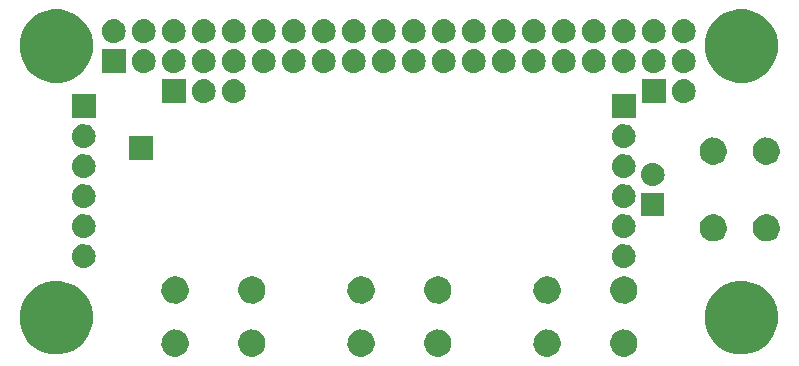
<source format=gbs>
G04 #@! TF.FileFunction,Soldermask,Bot*
%FSLAX46Y46*%
G04 Gerber Fmt 4.6, Leading zero omitted, Abs format (unit mm)*
G04 Created by KiCad (PCBNEW 4.0.7-e2-6376~58~ubuntu16.04.1) date Tue Jul 31 11:14:15 2018*
%MOMM*%
%LPD*%
G01*
G04 APERTURE LIST*
%ADD10C,0.100000*%
G04 APERTURE END LIST*
D10*
G36*
X26176789Y-51997717D02*
X26397713Y-52043066D01*
X26605617Y-52130461D01*
X26792590Y-52256576D01*
X26951506Y-52416605D01*
X27076311Y-52604451D01*
X27162253Y-52812961D01*
X27205784Y-53032814D01*
X27205783Y-53032856D01*
X27206049Y-53034197D01*
X27202452Y-53291791D01*
X27202150Y-53293122D01*
X27202149Y-53293166D01*
X27152495Y-53511717D01*
X27060766Y-53717743D01*
X26930761Y-53902037D01*
X26767443Y-54057563D01*
X26577022Y-54178407D01*
X26366757Y-54259964D01*
X26144652Y-54299127D01*
X25919179Y-54294404D01*
X25698909Y-54245975D01*
X25492242Y-54155685D01*
X25307051Y-54026973D01*
X25150384Y-53864740D01*
X25028214Y-53675169D01*
X24945192Y-53465479D01*
X24904481Y-53243660D01*
X24907629Y-53018149D01*
X24954519Y-52797549D01*
X25043364Y-52590258D01*
X25170778Y-52404174D01*
X25331915Y-52246377D01*
X25520629Y-52122886D01*
X25729737Y-52038402D01*
X25951266Y-51996143D01*
X26176789Y-51997717D01*
X26176789Y-51997717D01*
G37*
G36*
X32676789Y-51997717D02*
X32897713Y-52043066D01*
X33105617Y-52130461D01*
X33292590Y-52256576D01*
X33451506Y-52416605D01*
X33576311Y-52604451D01*
X33662253Y-52812961D01*
X33705784Y-53032814D01*
X33705783Y-53032856D01*
X33706049Y-53034197D01*
X33702452Y-53291791D01*
X33702150Y-53293122D01*
X33702149Y-53293166D01*
X33652495Y-53511717D01*
X33560766Y-53717743D01*
X33430761Y-53902037D01*
X33267443Y-54057563D01*
X33077022Y-54178407D01*
X32866757Y-54259964D01*
X32644652Y-54299127D01*
X32419179Y-54294404D01*
X32198909Y-54245975D01*
X31992242Y-54155685D01*
X31807051Y-54026973D01*
X31650384Y-53864740D01*
X31528214Y-53675169D01*
X31445192Y-53465479D01*
X31404481Y-53243660D01*
X31407629Y-53018149D01*
X31454519Y-52797549D01*
X31543364Y-52590258D01*
X31670778Y-52404174D01*
X31831915Y-52246377D01*
X32020629Y-52122886D01*
X32229737Y-52038402D01*
X32451266Y-51996143D01*
X32676789Y-51997717D01*
X32676789Y-51997717D01*
G37*
G36*
X48424789Y-51997717D02*
X48645713Y-52043066D01*
X48853617Y-52130461D01*
X49040590Y-52256576D01*
X49199506Y-52416605D01*
X49324311Y-52604451D01*
X49410253Y-52812961D01*
X49453784Y-53032814D01*
X49453783Y-53032856D01*
X49454049Y-53034197D01*
X49450452Y-53291791D01*
X49450150Y-53293122D01*
X49450149Y-53293166D01*
X49400495Y-53511717D01*
X49308766Y-53717743D01*
X49178761Y-53902037D01*
X49015443Y-54057563D01*
X48825022Y-54178407D01*
X48614757Y-54259964D01*
X48392652Y-54299127D01*
X48167179Y-54294404D01*
X47946909Y-54245975D01*
X47740242Y-54155685D01*
X47555051Y-54026973D01*
X47398384Y-53864740D01*
X47276214Y-53675169D01*
X47193192Y-53465479D01*
X47152481Y-53243660D01*
X47155629Y-53018149D01*
X47202519Y-52797549D01*
X47291364Y-52590258D01*
X47418778Y-52404174D01*
X47579915Y-52246377D01*
X47768629Y-52122886D01*
X47977737Y-52038402D01*
X48199266Y-51996143D01*
X48424789Y-51997717D01*
X48424789Y-51997717D01*
G37*
G36*
X41924789Y-51997717D02*
X42145713Y-52043066D01*
X42353617Y-52130461D01*
X42540590Y-52256576D01*
X42699506Y-52416605D01*
X42824311Y-52604451D01*
X42910253Y-52812961D01*
X42953784Y-53032814D01*
X42953783Y-53032856D01*
X42954049Y-53034197D01*
X42950452Y-53291791D01*
X42950150Y-53293122D01*
X42950149Y-53293166D01*
X42900495Y-53511717D01*
X42808766Y-53717743D01*
X42678761Y-53902037D01*
X42515443Y-54057563D01*
X42325022Y-54178407D01*
X42114757Y-54259964D01*
X41892652Y-54299127D01*
X41667179Y-54294404D01*
X41446909Y-54245975D01*
X41240242Y-54155685D01*
X41055051Y-54026973D01*
X40898384Y-53864740D01*
X40776214Y-53675169D01*
X40693192Y-53465479D01*
X40652481Y-53243660D01*
X40655629Y-53018149D01*
X40702519Y-52797549D01*
X40791364Y-52590258D01*
X40918778Y-52404174D01*
X41079915Y-52246377D01*
X41268629Y-52122886D01*
X41477737Y-52038402D01*
X41699266Y-51996143D01*
X41924789Y-51997717D01*
X41924789Y-51997717D01*
G37*
G36*
X64172789Y-51997717D02*
X64393713Y-52043066D01*
X64601617Y-52130461D01*
X64788590Y-52256576D01*
X64947506Y-52416605D01*
X65072311Y-52604451D01*
X65158253Y-52812961D01*
X65201784Y-53032814D01*
X65201783Y-53032856D01*
X65202049Y-53034197D01*
X65198452Y-53291791D01*
X65198150Y-53293122D01*
X65198149Y-53293166D01*
X65148495Y-53511717D01*
X65056766Y-53717743D01*
X64926761Y-53902037D01*
X64763443Y-54057563D01*
X64573022Y-54178407D01*
X64362757Y-54259964D01*
X64140652Y-54299127D01*
X63915179Y-54294404D01*
X63694909Y-54245975D01*
X63488242Y-54155685D01*
X63303051Y-54026973D01*
X63146384Y-53864740D01*
X63024214Y-53675169D01*
X62941192Y-53465479D01*
X62900481Y-53243660D01*
X62903629Y-53018149D01*
X62950519Y-52797549D01*
X63039364Y-52590258D01*
X63166778Y-52404174D01*
X63327915Y-52246377D01*
X63516629Y-52122886D01*
X63725737Y-52038402D01*
X63947266Y-51996143D01*
X64172789Y-51997717D01*
X64172789Y-51997717D01*
G37*
G36*
X57672789Y-51997717D02*
X57893713Y-52043066D01*
X58101617Y-52130461D01*
X58288590Y-52256576D01*
X58447506Y-52416605D01*
X58572311Y-52604451D01*
X58658253Y-52812961D01*
X58701784Y-53032814D01*
X58701783Y-53032856D01*
X58702049Y-53034197D01*
X58698452Y-53291791D01*
X58698150Y-53293122D01*
X58698149Y-53293166D01*
X58648495Y-53511717D01*
X58556766Y-53717743D01*
X58426761Y-53902037D01*
X58263443Y-54057563D01*
X58073022Y-54178407D01*
X57862757Y-54259964D01*
X57640652Y-54299127D01*
X57415179Y-54294404D01*
X57194909Y-54245975D01*
X56988242Y-54155685D01*
X56803051Y-54026973D01*
X56646384Y-53864740D01*
X56524214Y-53675169D01*
X56441192Y-53465479D01*
X56400481Y-53243660D01*
X56403629Y-53018149D01*
X56450519Y-52797549D01*
X56539364Y-52590258D01*
X56666778Y-52404174D01*
X56827915Y-52246377D01*
X57016629Y-52122886D01*
X57225737Y-52038402D01*
X57447266Y-51996143D01*
X57672789Y-51997717D01*
X57672789Y-51997717D01*
G37*
G36*
X74325606Y-47902056D02*
X74921131Y-48024300D01*
X75481575Y-48259889D01*
X75985580Y-48599845D01*
X76413959Y-49031225D01*
X76750389Y-49537592D01*
X76982058Y-50099662D01*
X77099867Y-50694642D01*
X77099866Y-50694683D01*
X77100133Y-50696029D01*
X77090437Y-51390413D01*
X77090133Y-51391753D01*
X77090132Y-51391791D01*
X76955757Y-51983249D01*
X76708482Y-52538635D01*
X76358046Y-53035410D01*
X75917792Y-53454659D01*
X75404487Y-53780411D01*
X74837688Y-54000258D01*
X74238977Y-54105827D01*
X73631169Y-54093096D01*
X73037414Y-53962550D01*
X72480312Y-53719159D01*
X71981102Y-53372198D01*
X71558785Y-52934877D01*
X71229462Y-52423866D01*
X71005662Y-51858612D01*
X70895918Y-51260661D01*
X70904405Y-50652773D01*
X71030804Y-50058114D01*
X71270298Y-49499333D01*
X71613764Y-48997713D01*
X72048125Y-48572356D01*
X72556831Y-48239468D01*
X73120507Y-48011729D01*
X73717677Y-47897812D01*
X74325606Y-47902056D01*
X74325606Y-47902056D01*
G37*
G36*
X16325606Y-47902056D02*
X16921131Y-48024300D01*
X17481575Y-48259889D01*
X17985580Y-48599845D01*
X18413959Y-49031225D01*
X18750389Y-49537592D01*
X18982058Y-50099662D01*
X19099867Y-50694642D01*
X19099866Y-50694683D01*
X19100133Y-50696029D01*
X19090437Y-51390413D01*
X19090133Y-51391753D01*
X19090132Y-51391791D01*
X18955757Y-51983249D01*
X18708482Y-52538635D01*
X18358046Y-53035410D01*
X17917792Y-53454659D01*
X17404487Y-53780411D01*
X16837688Y-54000258D01*
X16238977Y-54105827D01*
X15631169Y-54093096D01*
X15037414Y-53962550D01*
X14480312Y-53719159D01*
X13981102Y-53372198D01*
X13558785Y-52934877D01*
X13229462Y-52423866D01*
X13005662Y-51858612D01*
X12895918Y-51260661D01*
X12904405Y-50652773D01*
X13030804Y-50058114D01*
X13270298Y-49499333D01*
X13613764Y-48997713D01*
X14048125Y-48572356D01*
X14556831Y-48239468D01*
X15120507Y-48011729D01*
X15717677Y-47897812D01*
X16325606Y-47902056D01*
X16325606Y-47902056D01*
G37*
G36*
X57672789Y-47497717D02*
X57893713Y-47543066D01*
X58101617Y-47630461D01*
X58288590Y-47756576D01*
X58447506Y-47916605D01*
X58572311Y-48104451D01*
X58658253Y-48312961D01*
X58701784Y-48532814D01*
X58701783Y-48532856D01*
X58702049Y-48534197D01*
X58698452Y-48791791D01*
X58698150Y-48793122D01*
X58698149Y-48793166D01*
X58648495Y-49011717D01*
X58556766Y-49217743D01*
X58426761Y-49402037D01*
X58263443Y-49557563D01*
X58073022Y-49678407D01*
X57862757Y-49759964D01*
X57640652Y-49799127D01*
X57415179Y-49794404D01*
X57194909Y-49745975D01*
X56988242Y-49655685D01*
X56803051Y-49526973D01*
X56646384Y-49364740D01*
X56524214Y-49175169D01*
X56441192Y-48965479D01*
X56400481Y-48743660D01*
X56403629Y-48518149D01*
X56450519Y-48297549D01*
X56539364Y-48090258D01*
X56666778Y-47904174D01*
X56827915Y-47746377D01*
X57016629Y-47622886D01*
X57225737Y-47538402D01*
X57447266Y-47496143D01*
X57672789Y-47497717D01*
X57672789Y-47497717D01*
G37*
G36*
X64172789Y-47497717D02*
X64393713Y-47543066D01*
X64601617Y-47630461D01*
X64788590Y-47756576D01*
X64947506Y-47916605D01*
X65072311Y-48104451D01*
X65158253Y-48312961D01*
X65201784Y-48532814D01*
X65201783Y-48532856D01*
X65202049Y-48534197D01*
X65198452Y-48791791D01*
X65198150Y-48793122D01*
X65198149Y-48793166D01*
X65148495Y-49011717D01*
X65056766Y-49217743D01*
X64926761Y-49402037D01*
X64763443Y-49557563D01*
X64573022Y-49678407D01*
X64362757Y-49759964D01*
X64140652Y-49799127D01*
X63915179Y-49794404D01*
X63694909Y-49745975D01*
X63488242Y-49655685D01*
X63303051Y-49526973D01*
X63146384Y-49364740D01*
X63024214Y-49175169D01*
X62941192Y-48965479D01*
X62900481Y-48743660D01*
X62903629Y-48518149D01*
X62950519Y-48297549D01*
X63039364Y-48090258D01*
X63166778Y-47904174D01*
X63327915Y-47746377D01*
X63516629Y-47622886D01*
X63725737Y-47538402D01*
X63947266Y-47496143D01*
X64172789Y-47497717D01*
X64172789Y-47497717D01*
G37*
G36*
X48424789Y-47497717D02*
X48645713Y-47543066D01*
X48853617Y-47630461D01*
X49040590Y-47756576D01*
X49199506Y-47916605D01*
X49324311Y-48104451D01*
X49410253Y-48312961D01*
X49453784Y-48532814D01*
X49453783Y-48532856D01*
X49454049Y-48534197D01*
X49450452Y-48791791D01*
X49450150Y-48793122D01*
X49450149Y-48793166D01*
X49400495Y-49011717D01*
X49308766Y-49217743D01*
X49178761Y-49402037D01*
X49015443Y-49557563D01*
X48825022Y-49678407D01*
X48614757Y-49759964D01*
X48392652Y-49799127D01*
X48167179Y-49794404D01*
X47946909Y-49745975D01*
X47740242Y-49655685D01*
X47555051Y-49526973D01*
X47398384Y-49364740D01*
X47276214Y-49175169D01*
X47193192Y-48965479D01*
X47152481Y-48743660D01*
X47155629Y-48518149D01*
X47202519Y-48297549D01*
X47291364Y-48090258D01*
X47418778Y-47904174D01*
X47579915Y-47746377D01*
X47768629Y-47622886D01*
X47977737Y-47538402D01*
X48199266Y-47496143D01*
X48424789Y-47497717D01*
X48424789Y-47497717D01*
G37*
G36*
X41924789Y-47497717D02*
X42145713Y-47543066D01*
X42353617Y-47630461D01*
X42540590Y-47756576D01*
X42699506Y-47916605D01*
X42824311Y-48104451D01*
X42910253Y-48312961D01*
X42953784Y-48532814D01*
X42953783Y-48532856D01*
X42954049Y-48534197D01*
X42950452Y-48791791D01*
X42950150Y-48793122D01*
X42950149Y-48793166D01*
X42900495Y-49011717D01*
X42808766Y-49217743D01*
X42678761Y-49402037D01*
X42515443Y-49557563D01*
X42325022Y-49678407D01*
X42114757Y-49759964D01*
X41892652Y-49799127D01*
X41667179Y-49794404D01*
X41446909Y-49745975D01*
X41240242Y-49655685D01*
X41055051Y-49526973D01*
X40898384Y-49364740D01*
X40776214Y-49175169D01*
X40693192Y-48965479D01*
X40652481Y-48743660D01*
X40655629Y-48518149D01*
X40702519Y-48297549D01*
X40791364Y-48090258D01*
X40918778Y-47904174D01*
X41079915Y-47746377D01*
X41268629Y-47622886D01*
X41477737Y-47538402D01*
X41699266Y-47496143D01*
X41924789Y-47497717D01*
X41924789Y-47497717D01*
G37*
G36*
X32676789Y-47497717D02*
X32897713Y-47543066D01*
X33105617Y-47630461D01*
X33292590Y-47756576D01*
X33451506Y-47916605D01*
X33576311Y-48104451D01*
X33662253Y-48312961D01*
X33705784Y-48532814D01*
X33705783Y-48532856D01*
X33706049Y-48534197D01*
X33702452Y-48791791D01*
X33702150Y-48793122D01*
X33702149Y-48793166D01*
X33652495Y-49011717D01*
X33560766Y-49217743D01*
X33430761Y-49402037D01*
X33267443Y-49557563D01*
X33077022Y-49678407D01*
X32866757Y-49759964D01*
X32644652Y-49799127D01*
X32419179Y-49794404D01*
X32198909Y-49745975D01*
X31992242Y-49655685D01*
X31807051Y-49526973D01*
X31650384Y-49364740D01*
X31528214Y-49175169D01*
X31445192Y-48965479D01*
X31404481Y-48743660D01*
X31407629Y-48518149D01*
X31454519Y-48297549D01*
X31543364Y-48090258D01*
X31670778Y-47904174D01*
X31831915Y-47746377D01*
X32020629Y-47622886D01*
X32229737Y-47538402D01*
X32451266Y-47496143D01*
X32676789Y-47497717D01*
X32676789Y-47497717D01*
G37*
G36*
X26176789Y-47497717D02*
X26397713Y-47543066D01*
X26605617Y-47630461D01*
X26792590Y-47756576D01*
X26951506Y-47916605D01*
X27076311Y-48104451D01*
X27162253Y-48312961D01*
X27205784Y-48532814D01*
X27205783Y-48532856D01*
X27206049Y-48534197D01*
X27202452Y-48791791D01*
X27202150Y-48793122D01*
X27202149Y-48793166D01*
X27152495Y-49011717D01*
X27060766Y-49217743D01*
X26930761Y-49402037D01*
X26767443Y-49557563D01*
X26577022Y-49678407D01*
X26366757Y-49759964D01*
X26144652Y-49799127D01*
X25919179Y-49794404D01*
X25698909Y-49745975D01*
X25492242Y-49655685D01*
X25307051Y-49526973D01*
X25150384Y-49364740D01*
X25028214Y-49175169D01*
X24945192Y-48965479D01*
X24904481Y-48743660D01*
X24907629Y-48518149D01*
X24954519Y-48297549D01*
X25043364Y-48090258D01*
X25170778Y-47904174D01*
X25331915Y-47746377D01*
X25520629Y-47622886D01*
X25729737Y-47538402D01*
X25951266Y-47496143D01*
X26176789Y-47497717D01*
X26176789Y-47497717D01*
G37*
G36*
X18342678Y-44780999D02*
X18342693Y-44781001D01*
X18350801Y-44781057D01*
X18544751Y-44802812D01*
X18730781Y-44861825D01*
X18901806Y-44955847D01*
X19051312Y-45081297D01*
X19173603Y-45233397D01*
X19264023Y-45406353D01*
X19319126Y-45593579D01*
X19319138Y-45593715D01*
X19319151Y-45593758D01*
X19336823Y-45787937D01*
X19316442Y-45981843D01*
X19316431Y-45981880D01*
X19316414Y-45982038D01*
X19258702Y-46168476D01*
X19165877Y-46340153D01*
X19041473Y-46490531D01*
X18890231Y-46613881D01*
X18717909Y-46705506D01*
X18531073Y-46761915D01*
X18336839Y-46780960D01*
X18326875Y-46780960D01*
X18321322Y-46780921D01*
X18321307Y-46780919D01*
X18313199Y-46780863D01*
X18119249Y-46759108D01*
X17933219Y-46700095D01*
X17762194Y-46606073D01*
X17612688Y-46480623D01*
X17490397Y-46328523D01*
X17399977Y-46155567D01*
X17344874Y-45968341D01*
X17344862Y-45968205D01*
X17344849Y-45968162D01*
X17327177Y-45773983D01*
X17347558Y-45580077D01*
X17347569Y-45580040D01*
X17347586Y-45579882D01*
X17405298Y-45393444D01*
X17498123Y-45221767D01*
X17622527Y-45071389D01*
X17773769Y-44948039D01*
X17946091Y-44856414D01*
X18132927Y-44800005D01*
X18327161Y-44780960D01*
X18337125Y-44780960D01*
X18342678Y-44780999D01*
X18342678Y-44780999D01*
G37*
G36*
X64062678Y-44780999D02*
X64062693Y-44781001D01*
X64070801Y-44781057D01*
X64264751Y-44802812D01*
X64450781Y-44861825D01*
X64621806Y-44955847D01*
X64771312Y-45081297D01*
X64893603Y-45233397D01*
X64984023Y-45406353D01*
X65039126Y-45593579D01*
X65039138Y-45593715D01*
X65039151Y-45593758D01*
X65056823Y-45787937D01*
X65036442Y-45981843D01*
X65036431Y-45981880D01*
X65036414Y-45982038D01*
X64978702Y-46168476D01*
X64885877Y-46340153D01*
X64761473Y-46490531D01*
X64610231Y-46613881D01*
X64437909Y-46705506D01*
X64251073Y-46761915D01*
X64056839Y-46780960D01*
X64046875Y-46780960D01*
X64041322Y-46780921D01*
X64041307Y-46780919D01*
X64033199Y-46780863D01*
X63839249Y-46759108D01*
X63653219Y-46700095D01*
X63482194Y-46606073D01*
X63332688Y-46480623D01*
X63210397Y-46328523D01*
X63119977Y-46155567D01*
X63064874Y-45968341D01*
X63064862Y-45968205D01*
X63064849Y-45968162D01*
X63047177Y-45773983D01*
X63067558Y-45580077D01*
X63067569Y-45580040D01*
X63067586Y-45579882D01*
X63125298Y-45393444D01*
X63218123Y-45221767D01*
X63342527Y-45071389D01*
X63493769Y-44948039D01*
X63666091Y-44856414D01*
X63852927Y-44800005D01*
X64047161Y-44780960D01*
X64057125Y-44780960D01*
X64062678Y-44780999D01*
X64062678Y-44780999D01*
G37*
G36*
X71737789Y-42241717D02*
X71958713Y-42287066D01*
X72166617Y-42374461D01*
X72353590Y-42500576D01*
X72512506Y-42660605D01*
X72637311Y-42848451D01*
X72723253Y-43056961D01*
X72766784Y-43276814D01*
X72766783Y-43276856D01*
X72767049Y-43278197D01*
X72763452Y-43535791D01*
X72763150Y-43537122D01*
X72763149Y-43537166D01*
X72713495Y-43755717D01*
X72621766Y-43961743D01*
X72491761Y-44146037D01*
X72328443Y-44301563D01*
X72138022Y-44422407D01*
X71927757Y-44503964D01*
X71705652Y-44543127D01*
X71480179Y-44538404D01*
X71259909Y-44489975D01*
X71053242Y-44399685D01*
X70868051Y-44270973D01*
X70711384Y-44108740D01*
X70589214Y-43919169D01*
X70506192Y-43709479D01*
X70465481Y-43487660D01*
X70468629Y-43262149D01*
X70515519Y-43041549D01*
X70604364Y-42834258D01*
X70731778Y-42648174D01*
X70892915Y-42490377D01*
X71081629Y-42366886D01*
X71290737Y-42282402D01*
X71512266Y-42240143D01*
X71737789Y-42241717D01*
X71737789Y-42241717D01*
G37*
G36*
X76237789Y-42241717D02*
X76458713Y-42287066D01*
X76666617Y-42374461D01*
X76853590Y-42500576D01*
X77012506Y-42660605D01*
X77137311Y-42848451D01*
X77223253Y-43056961D01*
X77266784Y-43276814D01*
X77266783Y-43276856D01*
X77267049Y-43278197D01*
X77263452Y-43535791D01*
X77263150Y-43537122D01*
X77263149Y-43537166D01*
X77213495Y-43755717D01*
X77121766Y-43961743D01*
X76991761Y-44146037D01*
X76828443Y-44301563D01*
X76638022Y-44422407D01*
X76427757Y-44503964D01*
X76205652Y-44543127D01*
X75980179Y-44538404D01*
X75759909Y-44489975D01*
X75553242Y-44399685D01*
X75368051Y-44270973D01*
X75211384Y-44108740D01*
X75089214Y-43919169D01*
X75006192Y-43709479D01*
X74965481Y-43487660D01*
X74968629Y-43262149D01*
X75015519Y-43041549D01*
X75104364Y-42834258D01*
X75231778Y-42648174D01*
X75392915Y-42490377D01*
X75581629Y-42366886D01*
X75790737Y-42282402D01*
X76012266Y-42240143D01*
X76237789Y-42241717D01*
X76237789Y-42241717D01*
G37*
G36*
X64062678Y-42240999D02*
X64062693Y-42241001D01*
X64070801Y-42241057D01*
X64264751Y-42262812D01*
X64450781Y-42321825D01*
X64621806Y-42415847D01*
X64771312Y-42541297D01*
X64893603Y-42693397D01*
X64984023Y-42866353D01*
X65039126Y-43053579D01*
X65039138Y-43053715D01*
X65039151Y-43053758D01*
X65056823Y-43247937D01*
X65036442Y-43441843D01*
X65036431Y-43441880D01*
X65036414Y-43442038D01*
X64978702Y-43628476D01*
X64885877Y-43800153D01*
X64761473Y-43950531D01*
X64610231Y-44073881D01*
X64437909Y-44165506D01*
X64251073Y-44221915D01*
X64056839Y-44240960D01*
X64046875Y-44240960D01*
X64041322Y-44240921D01*
X64041307Y-44240919D01*
X64033199Y-44240863D01*
X63839249Y-44219108D01*
X63653219Y-44160095D01*
X63482194Y-44066073D01*
X63332688Y-43940623D01*
X63210397Y-43788523D01*
X63119977Y-43615567D01*
X63064874Y-43428341D01*
X63064862Y-43428205D01*
X63064849Y-43428162D01*
X63047177Y-43233983D01*
X63067558Y-43040077D01*
X63067569Y-43040040D01*
X63067586Y-43039882D01*
X63125298Y-42853444D01*
X63218123Y-42681767D01*
X63342527Y-42531389D01*
X63493769Y-42408039D01*
X63666091Y-42316414D01*
X63852927Y-42260005D01*
X64047161Y-42240960D01*
X64057125Y-42240960D01*
X64062678Y-42240999D01*
X64062678Y-42240999D01*
G37*
G36*
X18342678Y-42240999D02*
X18342693Y-42241001D01*
X18350801Y-42241057D01*
X18544751Y-42262812D01*
X18730781Y-42321825D01*
X18901806Y-42415847D01*
X19051312Y-42541297D01*
X19173603Y-42693397D01*
X19264023Y-42866353D01*
X19319126Y-43053579D01*
X19319138Y-43053715D01*
X19319151Y-43053758D01*
X19336823Y-43247937D01*
X19316442Y-43441843D01*
X19316431Y-43441880D01*
X19316414Y-43442038D01*
X19258702Y-43628476D01*
X19165877Y-43800153D01*
X19041473Y-43950531D01*
X18890231Y-44073881D01*
X18717909Y-44165506D01*
X18531073Y-44221915D01*
X18336839Y-44240960D01*
X18326875Y-44240960D01*
X18321322Y-44240921D01*
X18321307Y-44240919D01*
X18313199Y-44240863D01*
X18119249Y-44219108D01*
X17933219Y-44160095D01*
X17762194Y-44066073D01*
X17612688Y-43940623D01*
X17490397Y-43788523D01*
X17399977Y-43615567D01*
X17344874Y-43428341D01*
X17344862Y-43428205D01*
X17344849Y-43428162D01*
X17327177Y-43233983D01*
X17347558Y-43040077D01*
X17347569Y-43040040D01*
X17347586Y-43039882D01*
X17405298Y-42853444D01*
X17498123Y-42681767D01*
X17622527Y-42531389D01*
X17773769Y-42408039D01*
X17946091Y-42316414D01*
X18132927Y-42260005D01*
X18327161Y-42240960D01*
X18337125Y-42240960D01*
X18342678Y-42240999D01*
X18342678Y-42240999D01*
G37*
G36*
X67490400Y-42412160D02*
X65490400Y-42412160D01*
X65490400Y-40412160D01*
X67490400Y-40412160D01*
X67490400Y-42412160D01*
X67490400Y-42412160D01*
G37*
G36*
X64062678Y-39700999D02*
X64062693Y-39701001D01*
X64070801Y-39701057D01*
X64264751Y-39722812D01*
X64450781Y-39781825D01*
X64621806Y-39875847D01*
X64771312Y-40001297D01*
X64893603Y-40153397D01*
X64984023Y-40326353D01*
X65039126Y-40513579D01*
X65039138Y-40513715D01*
X65039151Y-40513758D01*
X65056823Y-40707937D01*
X65036442Y-40901843D01*
X65036431Y-40901880D01*
X65036414Y-40902038D01*
X64978702Y-41088476D01*
X64885877Y-41260153D01*
X64761473Y-41410531D01*
X64610231Y-41533881D01*
X64437909Y-41625506D01*
X64251073Y-41681915D01*
X64056839Y-41700960D01*
X64046875Y-41700960D01*
X64041322Y-41700921D01*
X64041307Y-41700919D01*
X64033199Y-41700863D01*
X63839249Y-41679108D01*
X63653219Y-41620095D01*
X63482194Y-41526073D01*
X63332688Y-41400623D01*
X63210397Y-41248523D01*
X63119977Y-41075567D01*
X63064874Y-40888341D01*
X63064862Y-40888205D01*
X63064849Y-40888162D01*
X63047177Y-40693983D01*
X63067558Y-40500077D01*
X63067569Y-40500040D01*
X63067586Y-40499882D01*
X63125298Y-40313444D01*
X63218123Y-40141767D01*
X63342527Y-39991389D01*
X63493769Y-39868039D01*
X63666091Y-39776414D01*
X63852927Y-39720005D01*
X64047161Y-39700960D01*
X64057125Y-39700960D01*
X64062678Y-39700999D01*
X64062678Y-39700999D01*
G37*
G36*
X18342678Y-39700999D02*
X18342693Y-39701001D01*
X18350801Y-39701057D01*
X18544751Y-39722812D01*
X18730781Y-39781825D01*
X18901806Y-39875847D01*
X19051312Y-40001297D01*
X19173603Y-40153397D01*
X19264023Y-40326353D01*
X19319126Y-40513579D01*
X19319138Y-40513715D01*
X19319151Y-40513758D01*
X19336823Y-40707937D01*
X19316442Y-40901843D01*
X19316431Y-40901880D01*
X19316414Y-40902038D01*
X19258702Y-41088476D01*
X19165877Y-41260153D01*
X19041473Y-41410531D01*
X18890231Y-41533881D01*
X18717909Y-41625506D01*
X18531073Y-41681915D01*
X18336839Y-41700960D01*
X18326875Y-41700960D01*
X18321322Y-41700921D01*
X18321307Y-41700919D01*
X18313199Y-41700863D01*
X18119249Y-41679108D01*
X17933219Y-41620095D01*
X17762194Y-41526073D01*
X17612688Y-41400623D01*
X17490397Y-41248523D01*
X17399977Y-41075567D01*
X17344874Y-40888341D01*
X17344862Y-40888205D01*
X17344849Y-40888162D01*
X17327177Y-40693983D01*
X17347558Y-40500077D01*
X17347569Y-40500040D01*
X17347586Y-40499882D01*
X17405298Y-40313444D01*
X17498123Y-40141767D01*
X17622527Y-39991389D01*
X17773769Y-39868039D01*
X17946091Y-39776414D01*
X18132927Y-39720005D01*
X18327161Y-39700960D01*
X18337125Y-39700960D01*
X18342678Y-39700999D01*
X18342678Y-39700999D01*
G37*
G36*
X66501078Y-37872199D02*
X66501093Y-37872201D01*
X66509201Y-37872257D01*
X66703151Y-37894012D01*
X66889181Y-37953025D01*
X67060206Y-38047047D01*
X67209712Y-38172497D01*
X67332003Y-38324597D01*
X67422423Y-38497553D01*
X67477526Y-38684779D01*
X67477538Y-38684915D01*
X67477551Y-38684958D01*
X67495223Y-38879137D01*
X67474842Y-39073043D01*
X67474831Y-39073080D01*
X67474814Y-39073238D01*
X67417102Y-39259676D01*
X67324277Y-39431353D01*
X67199873Y-39581731D01*
X67048631Y-39705081D01*
X66876309Y-39796706D01*
X66689473Y-39853115D01*
X66495239Y-39872160D01*
X66485275Y-39872160D01*
X66479722Y-39872121D01*
X66479707Y-39872119D01*
X66471599Y-39872063D01*
X66277649Y-39850308D01*
X66091619Y-39791295D01*
X65920594Y-39697273D01*
X65771088Y-39571823D01*
X65648797Y-39419723D01*
X65558377Y-39246767D01*
X65503274Y-39059541D01*
X65503262Y-39059405D01*
X65503249Y-39059362D01*
X65485577Y-38865183D01*
X65505958Y-38671277D01*
X65505969Y-38671240D01*
X65505986Y-38671082D01*
X65563698Y-38484644D01*
X65656523Y-38312967D01*
X65780927Y-38162589D01*
X65932169Y-38039239D01*
X66104491Y-37947614D01*
X66291327Y-37891205D01*
X66485561Y-37872160D01*
X66495525Y-37872160D01*
X66501078Y-37872199D01*
X66501078Y-37872199D01*
G37*
G36*
X18342678Y-37160999D02*
X18342693Y-37161001D01*
X18350801Y-37161057D01*
X18544751Y-37182812D01*
X18730781Y-37241825D01*
X18901806Y-37335847D01*
X19051312Y-37461297D01*
X19173603Y-37613397D01*
X19264023Y-37786353D01*
X19319126Y-37973579D01*
X19319138Y-37973715D01*
X19319151Y-37973758D01*
X19336823Y-38167937D01*
X19316442Y-38361843D01*
X19316431Y-38361880D01*
X19316414Y-38362038D01*
X19258702Y-38548476D01*
X19165877Y-38720153D01*
X19041473Y-38870531D01*
X18890231Y-38993881D01*
X18717909Y-39085506D01*
X18531073Y-39141915D01*
X18336839Y-39160960D01*
X18326875Y-39160960D01*
X18321322Y-39160921D01*
X18321307Y-39160919D01*
X18313199Y-39160863D01*
X18119249Y-39139108D01*
X17933219Y-39080095D01*
X17762194Y-38986073D01*
X17612688Y-38860623D01*
X17490397Y-38708523D01*
X17399977Y-38535567D01*
X17344874Y-38348341D01*
X17344862Y-38348205D01*
X17344849Y-38348162D01*
X17327177Y-38153983D01*
X17347558Y-37960077D01*
X17347569Y-37960040D01*
X17347586Y-37959882D01*
X17405298Y-37773444D01*
X17498123Y-37601767D01*
X17622527Y-37451389D01*
X17773769Y-37328039D01*
X17946091Y-37236414D01*
X18132927Y-37180005D01*
X18327161Y-37160960D01*
X18337125Y-37160960D01*
X18342678Y-37160999D01*
X18342678Y-37160999D01*
G37*
G36*
X64062678Y-37160999D02*
X64062693Y-37161001D01*
X64070801Y-37161057D01*
X64264751Y-37182812D01*
X64450781Y-37241825D01*
X64621806Y-37335847D01*
X64771312Y-37461297D01*
X64893603Y-37613397D01*
X64984023Y-37786353D01*
X65039126Y-37973579D01*
X65039138Y-37973715D01*
X65039151Y-37973758D01*
X65056823Y-38167937D01*
X65036442Y-38361843D01*
X65036431Y-38361880D01*
X65036414Y-38362038D01*
X64978702Y-38548476D01*
X64885877Y-38720153D01*
X64761473Y-38870531D01*
X64610231Y-38993881D01*
X64437909Y-39085506D01*
X64251073Y-39141915D01*
X64056839Y-39160960D01*
X64046875Y-39160960D01*
X64041322Y-39160921D01*
X64041307Y-39160919D01*
X64033199Y-39160863D01*
X63839249Y-39139108D01*
X63653219Y-39080095D01*
X63482194Y-38986073D01*
X63332688Y-38860623D01*
X63210397Y-38708523D01*
X63119977Y-38535567D01*
X63064874Y-38348341D01*
X63064862Y-38348205D01*
X63064849Y-38348162D01*
X63047177Y-38153983D01*
X63067558Y-37960077D01*
X63067569Y-37960040D01*
X63067586Y-37959882D01*
X63125298Y-37773444D01*
X63218123Y-37601767D01*
X63342527Y-37451389D01*
X63493769Y-37328039D01*
X63666091Y-37236414D01*
X63852927Y-37180005D01*
X64047161Y-37160960D01*
X64057125Y-37160960D01*
X64062678Y-37160999D01*
X64062678Y-37160999D01*
G37*
G36*
X71737789Y-35741717D02*
X71958713Y-35787066D01*
X72166617Y-35874461D01*
X72353590Y-36000576D01*
X72512506Y-36160605D01*
X72637311Y-36348451D01*
X72723253Y-36556961D01*
X72766784Y-36776814D01*
X72766783Y-36776856D01*
X72767049Y-36778197D01*
X72763452Y-37035791D01*
X72763150Y-37037122D01*
X72763149Y-37037166D01*
X72713495Y-37255717D01*
X72621766Y-37461743D01*
X72491761Y-37646037D01*
X72328443Y-37801563D01*
X72138022Y-37922407D01*
X71927757Y-38003964D01*
X71705652Y-38043127D01*
X71480179Y-38038404D01*
X71259909Y-37989975D01*
X71053242Y-37899685D01*
X70868051Y-37770973D01*
X70711384Y-37608740D01*
X70589214Y-37419169D01*
X70506192Y-37209479D01*
X70465481Y-36987660D01*
X70468629Y-36762149D01*
X70515519Y-36541549D01*
X70604364Y-36334258D01*
X70731778Y-36148174D01*
X70892915Y-35990377D01*
X71081629Y-35866886D01*
X71290737Y-35782402D01*
X71512266Y-35740143D01*
X71737789Y-35741717D01*
X71737789Y-35741717D01*
G37*
G36*
X76237789Y-35741717D02*
X76458713Y-35787066D01*
X76666617Y-35874461D01*
X76853590Y-36000576D01*
X77012506Y-36160605D01*
X77137311Y-36348451D01*
X77223253Y-36556961D01*
X77266784Y-36776814D01*
X77266783Y-36776856D01*
X77267049Y-36778197D01*
X77263452Y-37035791D01*
X77263150Y-37037122D01*
X77263149Y-37037166D01*
X77213495Y-37255717D01*
X77121766Y-37461743D01*
X76991761Y-37646037D01*
X76828443Y-37801563D01*
X76638022Y-37922407D01*
X76427757Y-38003964D01*
X76205652Y-38043127D01*
X75980179Y-38038404D01*
X75759909Y-37989975D01*
X75553242Y-37899685D01*
X75368051Y-37770973D01*
X75211384Y-37608740D01*
X75089214Y-37419169D01*
X75006192Y-37209479D01*
X74965481Y-36987660D01*
X74968629Y-36762149D01*
X75015519Y-36541549D01*
X75104364Y-36334258D01*
X75231778Y-36148174D01*
X75392915Y-35990377D01*
X75581629Y-35866886D01*
X75790737Y-35782402D01*
X76012266Y-35740143D01*
X76237789Y-35741717D01*
X76237789Y-35741717D01*
G37*
G36*
X24158000Y-37636960D02*
X22158000Y-37636960D01*
X22158000Y-35636960D01*
X24158000Y-35636960D01*
X24158000Y-37636960D01*
X24158000Y-37636960D01*
G37*
G36*
X18342678Y-34620999D02*
X18342693Y-34621001D01*
X18350801Y-34621057D01*
X18544751Y-34642812D01*
X18730781Y-34701825D01*
X18901806Y-34795847D01*
X19051312Y-34921297D01*
X19173603Y-35073397D01*
X19264023Y-35246353D01*
X19319126Y-35433579D01*
X19319138Y-35433715D01*
X19319151Y-35433758D01*
X19336823Y-35627937D01*
X19316442Y-35821843D01*
X19316431Y-35821880D01*
X19316414Y-35822038D01*
X19258702Y-36008476D01*
X19165877Y-36180153D01*
X19041473Y-36330531D01*
X18890231Y-36453881D01*
X18717909Y-36545506D01*
X18531073Y-36601915D01*
X18336839Y-36620960D01*
X18326875Y-36620960D01*
X18321322Y-36620921D01*
X18321307Y-36620919D01*
X18313199Y-36620863D01*
X18119249Y-36599108D01*
X17933219Y-36540095D01*
X17762194Y-36446073D01*
X17612688Y-36320623D01*
X17490397Y-36168523D01*
X17399977Y-35995567D01*
X17344874Y-35808341D01*
X17344862Y-35808205D01*
X17344849Y-35808162D01*
X17327177Y-35613983D01*
X17347558Y-35420077D01*
X17347569Y-35420040D01*
X17347586Y-35419882D01*
X17405298Y-35233444D01*
X17498123Y-35061767D01*
X17622527Y-34911389D01*
X17773769Y-34788039D01*
X17946091Y-34696414D01*
X18132927Y-34640005D01*
X18327161Y-34620960D01*
X18337125Y-34620960D01*
X18342678Y-34620999D01*
X18342678Y-34620999D01*
G37*
G36*
X64062678Y-34620999D02*
X64062693Y-34621001D01*
X64070801Y-34621057D01*
X64264751Y-34642812D01*
X64450781Y-34701825D01*
X64621806Y-34795847D01*
X64771312Y-34921297D01*
X64893603Y-35073397D01*
X64984023Y-35246353D01*
X65039126Y-35433579D01*
X65039138Y-35433715D01*
X65039151Y-35433758D01*
X65056823Y-35627937D01*
X65036442Y-35821843D01*
X65036431Y-35821880D01*
X65036414Y-35822038D01*
X64978702Y-36008476D01*
X64885877Y-36180153D01*
X64761473Y-36330531D01*
X64610231Y-36453881D01*
X64437909Y-36545506D01*
X64251073Y-36601915D01*
X64056839Y-36620960D01*
X64046875Y-36620960D01*
X64041322Y-36620921D01*
X64041307Y-36620919D01*
X64033199Y-36620863D01*
X63839249Y-36599108D01*
X63653219Y-36540095D01*
X63482194Y-36446073D01*
X63332688Y-36320623D01*
X63210397Y-36168523D01*
X63119977Y-35995567D01*
X63064874Y-35808341D01*
X63064862Y-35808205D01*
X63064849Y-35808162D01*
X63047177Y-35613983D01*
X63067558Y-35420077D01*
X63067569Y-35420040D01*
X63067586Y-35419882D01*
X63125298Y-35233444D01*
X63218123Y-35061767D01*
X63342527Y-34911389D01*
X63493769Y-34788039D01*
X63666091Y-34696414D01*
X63852927Y-34640005D01*
X64047161Y-34620960D01*
X64057125Y-34620960D01*
X64062678Y-34620999D01*
X64062678Y-34620999D01*
G37*
G36*
X19332000Y-34080960D02*
X17332000Y-34080960D01*
X17332000Y-32080960D01*
X19332000Y-32080960D01*
X19332000Y-34080960D01*
X19332000Y-34080960D01*
G37*
G36*
X65052000Y-34080960D02*
X63052000Y-34080960D01*
X63052000Y-32080960D01*
X65052000Y-32080960D01*
X65052000Y-34080960D01*
X65052000Y-34080960D01*
G37*
G36*
X28692883Y-30826518D02*
X28692920Y-30826529D01*
X28693078Y-30826546D01*
X28879516Y-30884258D01*
X29051193Y-30977083D01*
X29201571Y-31101487D01*
X29324921Y-31252729D01*
X29416546Y-31425051D01*
X29472955Y-31611887D01*
X29492000Y-31806121D01*
X29492000Y-31816085D01*
X29491961Y-31821638D01*
X29491959Y-31821653D01*
X29491903Y-31829761D01*
X29470148Y-32023711D01*
X29411135Y-32209741D01*
X29317113Y-32380766D01*
X29191663Y-32530272D01*
X29039563Y-32652563D01*
X28866607Y-32742983D01*
X28679381Y-32798086D01*
X28679245Y-32798098D01*
X28679202Y-32798111D01*
X28485023Y-32815783D01*
X28291117Y-32795402D01*
X28291080Y-32795391D01*
X28290922Y-32795374D01*
X28104484Y-32737662D01*
X27932807Y-32644837D01*
X27782429Y-32520433D01*
X27659079Y-32369191D01*
X27567454Y-32196869D01*
X27511045Y-32010033D01*
X27492000Y-31815799D01*
X27492000Y-31805835D01*
X27492039Y-31800282D01*
X27492041Y-31800267D01*
X27492097Y-31792159D01*
X27513852Y-31598209D01*
X27572865Y-31412179D01*
X27666887Y-31241154D01*
X27792337Y-31091648D01*
X27944437Y-30969357D01*
X28117393Y-30878937D01*
X28304619Y-30823834D01*
X28304755Y-30823822D01*
X28304798Y-30823809D01*
X28498977Y-30806137D01*
X28692883Y-30826518D01*
X28692883Y-30826518D01*
G37*
G36*
X31232883Y-30826518D02*
X31232920Y-30826529D01*
X31233078Y-30826546D01*
X31419516Y-30884258D01*
X31591193Y-30977083D01*
X31741571Y-31101487D01*
X31864921Y-31252729D01*
X31956546Y-31425051D01*
X32012955Y-31611887D01*
X32032000Y-31806121D01*
X32032000Y-31816085D01*
X32031961Y-31821638D01*
X32031959Y-31821653D01*
X32031903Y-31829761D01*
X32010148Y-32023711D01*
X31951135Y-32209741D01*
X31857113Y-32380766D01*
X31731663Y-32530272D01*
X31579563Y-32652563D01*
X31406607Y-32742983D01*
X31219381Y-32798086D01*
X31219245Y-32798098D01*
X31219202Y-32798111D01*
X31025023Y-32815783D01*
X30831117Y-32795402D01*
X30831080Y-32795391D01*
X30830922Y-32795374D01*
X30644484Y-32737662D01*
X30472807Y-32644837D01*
X30322429Y-32520433D01*
X30199079Y-32369191D01*
X30107454Y-32196869D01*
X30051045Y-32010033D01*
X30032000Y-31815799D01*
X30032000Y-31805835D01*
X30032039Y-31800282D01*
X30032041Y-31800267D01*
X30032097Y-31792159D01*
X30053852Y-31598209D01*
X30112865Y-31412179D01*
X30206887Y-31241154D01*
X30332337Y-31091648D01*
X30484437Y-30969357D01*
X30657393Y-30878937D01*
X30844619Y-30823834D01*
X30844755Y-30823822D01*
X30844798Y-30823809D01*
X31038977Y-30806137D01*
X31232883Y-30826518D01*
X31232883Y-30826518D01*
G37*
G36*
X69332883Y-30826518D02*
X69332920Y-30826529D01*
X69333078Y-30826546D01*
X69519516Y-30884258D01*
X69691193Y-30977083D01*
X69841571Y-31101487D01*
X69964921Y-31252729D01*
X70056546Y-31425051D01*
X70112955Y-31611887D01*
X70132000Y-31806121D01*
X70132000Y-31816085D01*
X70131961Y-31821638D01*
X70131959Y-31821653D01*
X70131903Y-31829761D01*
X70110148Y-32023711D01*
X70051135Y-32209741D01*
X69957113Y-32380766D01*
X69831663Y-32530272D01*
X69679563Y-32652563D01*
X69506607Y-32742983D01*
X69319381Y-32798086D01*
X69319245Y-32798098D01*
X69319202Y-32798111D01*
X69125023Y-32815783D01*
X68931117Y-32795402D01*
X68931080Y-32795391D01*
X68930922Y-32795374D01*
X68744484Y-32737662D01*
X68572807Y-32644837D01*
X68422429Y-32520433D01*
X68299079Y-32369191D01*
X68207454Y-32196869D01*
X68151045Y-32010033D01*
X68132000Y-31815799D01*
X68132000Y-31805835D01*
X68132039Y-31800282D01*
X68132041Y-31800267D01*
X68132097Y-31792159D01*
X68153852Y-31598209D01*
X68212865Y-31412179D01*
X68306887Y-31241154D01*
X68432337Y-31091648D01*
X68584437Y-30969357D01*
X68757393Y-30878937D01*
X68944619Y-30823834D01*
X68944755Y-30823822D01*
X68944798Y-30823809D01*
X69138977Y-30806137D01*
X69332883Y-30826518D01*
X69332883Y-30826518D01*
G37*
G36*
X67592000Y-32810960D02*
X65592000Y-32810960D01*
X65592000Y-30810960D01*
X67592000Y-30810960D01*
X67592000Y-32810960D01*
X67592000Y-32810960D01*
G37*
G36*
X26952000Y-32810960D02*
X24952000Y-32810960D01*
X24952000Y-30810960D01*
X26952000Y-30810960D01*
X26952000Y-32810960D01*
X26952000Y-32810960D01*
G37*
G36*
X16325606Y-24902056D02*
X16921131Y-25024300D01*
X17481575Y-25259889D01*
X17985580Y-25599845D01*
X18413959Y-26031225D01*
X18750389Y-26537592D01*
X18982058Y-27099662D01*
X19099867Y-27694642D01*
X19099866Y-27694683D01*
X19100133Y-27696029D01*
X19090437Y-28390413D01*
X19090133Y-28391753D01*
X19090132Y-28391791D01*
X18955757Y-28983249D01*
X18708482Y-29538635D01*
X18358046Y-30035410D01*
X17917792Y-30454659D01*
X17404487Y-30780411D01*
X16837688Y-31000258D01*
X16238977Y-31105827D01*
X15631169Y-31093096D01*
X15037414Y-30962550D01*
X14480312Y-30719159D01*
X13981102Y-30372198D01*
X13558785Y-29934877D01*
X13229462Y-29423866D01*
X13005662Y-28858612D01*
X12895918Y-28260661D01*
X12904405Y-27652773D01*
X13030804Y-27058114D01*
X13270298Y-26499333D01*
X13613764Y-25997713D01*
X14048125Y-25572356D01*
X14556831Y-25239468D01*
X15120507Y-25011729D01*
X15717677Y-24897812D01*
X16325606Y-24902056D01*
X16325606Y-24902056D01*
G37*
G36*
X74325606Y-24902056D02*
X74921131Y-25024300D01*
X75481575Y-25259889D01*
X75985580Y-25599845D01*
X76413959Y-26031225D01*
X76750389Y-26537592D01*
X76982058Y-27099662D01*
X77099867Y-27694642D01*
X77099866Y-27694683D01*
X77100133Y-27696029D01*
X77090437Y-28390413D01*
X77090133Y-28391753D01*
X77090132Y-28391791D01*
X76955757Y-28983249D01*
X76708482Y-29538635D01*
X76358046Y-30035410D01*
X75917792Y-30454659D01*
X75404487Y-30780411D01*
X74837688Y-31000258D01*
X74238977Y-31105827D01*
X73631169Y-31093096D01*
X73037414Y-30962550D01*
X72480312Y-30719159D01*
X71981102Y-30372198D01*
X71558785Y-29934877D01*
X71229462Y-29423866D01*
X71005662Y-28858612D01*
X70895918Y-28260661D01*
X70904405Y-27652773D01*
X71030804Y-27058114D01*
X71270298Y-26499333D01*
X71613764Y-25997713D01*
X72048125Y-25572356D01*
X72556831Y-25239468D01*
X73120507Y-25011729D01*
X73717677Y-24897812D01*
X74325606Y-24902056D01*
X74325606Y-24902056D01*
G37*
G36*
X28692883Y-28286518D02*
X28692920Y-28286529D01*
X28693078Y-28286546D01*
X28879516Y-28344258D01*
X29051193Y-28437083D01*
X29201571Y-28561487D01*
X29324921Y-28712729D01*
X29416546Y-28885051D01*
X29472955Y-29071887D01*
X29492000Y-29266121D01*
X29492000Y-29276085D01*
X29491961Y-29281638D01*
X29491959Y-29281653D01*
X29491903Y-29289761D01*
X29470148Y-29483711D01*
X29411135Y-29669741D01*
X29317113Y-29840766D01*
X29191663Y-29990272D01*
X29039563Y-30112563D01*
X28866607Y-30202983D01*
X28679381Y-30258086D01*
X28679245Y-30258098D01*
X28679202Y-30258111D01*
X28485023Y-30275783D01*
X28291117Y-30255402D01*
X28291080Y-30255391D01*
X28290922Y-30255374D01*
X28104484Y-30197662D01*
X27932807Y-30104837D01*
X27782429Y-29980433D01*
X27659079Y-29829191D01*
X27567454Y-29656869D01*
X27511045Y-29470033D01*
X27492000Y-29275799D01*
X27492000Y-29265835D01*
X27492039Y-29260282D01*
X27492041Y-29260267D01*
X27492097Y-29252159D01*
X27513852Y-29058209D01*
X27572865Y-28872179D01*
X27666887Y-28701154D01*
X27792337Y-28551648D01*
X27944437Y-28429357D01*
X28117393Y-28338937D01*
X28304619Y-28283834D01*
X28304755Y-28283822D01*
X28304798Y-28283809D01*
X28498977Y-28266137D01*
X28692883Y-28286518D01*
X28692883Y-28286518D01*
G37*
G36*
X69332883Y-28286518D02*
X69332920Y-28286529D01*
X69333078Y-28286546D01*
X69519516Y-28344258D01*
X69691193Y-28437083D01*
X69841571Y-28561487D01*
X69964921Y-28712729D01*
X70056546Y-28885051D01*
X70112955Y-29071887D01*
X70132000Y-29266121D01*
X70132000Y-29276085D01*
X70131961Y-29281638D01*
X70131959Y-29281653D01*
X70131903Y-29289761D01*
X70110148Y-29483711D01*
X70051135Y-29669741D01*
X69957113Y-29840766D01*
X69831663Y-29990272D01*
X69679563Y-30112563D01*
X69506607Y-30202983D01*
X69319381Y-30258086D01*
X69319245Y-30258098D01*
X69319202Y-30258111D01*
X69125023Y-30275783D01*
X68931117Y-30255402D01*
X68931080Y-30255391D01*
X68930922Y-30255374D01*
X68744484Y-30197662D01*
X68572807Y-30104837D01*
X68422429Y-29980433D01*
X68299079Y-29829191D01*
X68207454Y-29656869D01*
X68151045Y-29470033D01*
X68132000Y-29275799D01*
X68132000Y-29265835D01*
X68132039Y-29260282D01*
X68132041Y-29260267D01*
X68132097Y-29252159D01*
X68153852Y-29058209D01*
X68212865Y-28872179D01*
X68306887Y-28701154D01*
X68432337Y-28551648D01*
X68584437Y-28429357D01*
X68757393Y-28338937D01*
X68944619Y-28283834D01*
X68944755Y-28283822D01*
X68944798Y-28283809D01*
X69138977Y-28266137D01*
X69332883Y-28286518D01*
X69332883Y-28286518D01*
G37*
G36*
X56632883Y-28286518D02*
X56632920Y-28286529D01*
X56633078Y-28286546D01*
X56819516Y-28344258D01*
X56991193Y-28437083D01*
X57141571Y-28561487D01*
X57264921Y-28712729D01*
X57356546Y-28885051D01*
X57412955Y-29071887D01*
X57432000Y-29266121D01*
X57432000Y-29276085D01*
X57431961Y-29281638D01*
X57431959Y-29281653D01*
X57431903Y-29289761D01*
X57410148Y-29483711D01*
X57351135Y-29669741D01*
X57257113Y-29840766D01*
X57131663Y-29990272D01*
X56979563Y-30112563D01*
X56806607Y-30202983D01*
X56619381Y-30258086D01*
X56619245Y-30258098D01*
X56619202Y-30258111D01*
X56425023Y-30275783D01*
X56231117Y-30255402D01*
X56231080Y-30255391D01*
X56230922Y-30255374D01*
X56044484Y-30197662D01*
X55872807Y-30104837D01*
X55722429Y-29980433D01*
X55599079Y-29829191D01*
X55507454Y-29656869D01*
X55451045Y-29470033D01*
X55432000Y-29275799D01*
X55432000Y-29265835D01*
X55432039Y-29260282D01*
X55432041Y-29260267D01*
X55432097Y-29252159D01*
X55453852Y-29058209D01*
X55512865Y-28872179D01*
X55606887Y-28701154D01*
X55732337Y-28551648D01*
X55884437Y-28429357D01*
X56057393Y-28338937D01*
X56244619Y-28283834D01*
X56244755Y-28283822D01*
X56244798Y-28283809D01*
X56438977Y-28266137D01*
X56632883Y-28286518D01*
X56632883Y-28286518D01*
G37*
G36*
X59172883Y-28286518D02*
X59172920Y-28286529D01*
X59173078Y-28286546D01*
X59359516Y-28344258D01*
X59531193Y-28437083D01*
X59681571Y-28561487D01*
X59804921Y-28712729D01*
X59896546Y-28885051D01*
X59952955Y-29071887D01*
X59972000Y-29266121D01*
X59972000Y-29276085D01*
X59971961Y-29281638D01*
X59971959Y-29281653D01*
X59971903Y-29289761D01*
X59950148Y-29483711D01*
X59891135Y-29669741D01*
X59797113Y-29840766D01*
X59671663Y-29990272D01*
X59519563Y-30112563D01*
X59346607Y-30202983D01*
X59159381Y-30258086D01*
X59159245Y-30258098D01*
X59159202Y-30258111D01*
X58965023Y-30275783D01*
X58771117Y-30255402D01*
X58771080Y-30255391D01*
X58770922Y-30255374D01*
X58584484Y-30197662D01*
X58412807Y-30104837D01*
X58262429Y-29980433D01*
X58139079Y-29829191D01*
X58047454Y-29656869D01*
X57991045Y-29470033D01*
X57972000Y-29275799D01*
X57972000Y-29265835D01*
X57972039Y-29260282D01*
X57972041Y-29260267D01*
X57972097Y-29252159D01*
X57993852Y-29058209D01*
X58052865Y-28872179D01*
X58146887Y-28701154D01*
X58272337Y-28551648D01*
X58424437Y-28429357D01*
X58597393Y-28338937D01*
X58784619Y-28283834D01*
X58784755Y-28283822D01*
X58784798Y-28283809D01*
X58978977Y-28266137D01*
X59172883Y-28286518D01*
X59172883Y-28286518D01*
G37*
G36*
X61712883Y-28286518D02*
X61712920Y-28286529D01*
X61713078Y-28286546D01*
X61899516Y-28344258D01*
X62071193Y-28437083D01*
X62221571Y-28561487D01*
X62344921Y-28712729D01*
X62436546Y-28885051D01*
X62492955Y-29071887D01*
X62512000Y-29266121D01*
X62512000Y-29276085D01*
X62511961Y-29281638D01*
X62511959Y-29281653D01*
X62511903Y-29289761D01*
X62490148Y-29483711D01*
X62431135Y-29669741D01*
X62337113Y-29840766D01*
X62211663Y-29990272D01*
X62059563Y-30112563D01*
X61886607Y-30202983D01*
X61699381Y-30258086D01*
X61699245Y-30258098D01*
X61699202Y-30258111D01*
X61505023Y-30275783D01*
X61311117Y-30255402D01*
X61311080Y-30255391D01*
X61310922Y-30255374D01*
X61124484Y-30197662D01*
X60952807Y-30104837D01*
X60802429Y-29980433D01*
X60679079Y-29829191D01*
X60587454Y-29656869D01*
X60531045Y-29470033D01*
X60512000Y-29275799D01*
X60512000Y-29265835D01*
X60512039Y-29260282D01*
X60512041Y-29260267D01*
X60512097Y-29252159D01*
X60533852Y-29058209D01*
X60592865Y-28872179D01*
X60686887Y-28701154D01*
X60812337Y-28551648D01*
X60964437Y-28429357D01*
X61137393Y-28338937D01*
X61324619Y-28283834D01*
X61324755Y-28283822D01*
X61324798Y-28283809D01*
X61518977Y-28266137D01*
X61712883Y-28286518D01*
X61712883Y-28286518D01*
G37*
G36*
X26152883Y-28286518D02*
X26152920Y-28286529D01*
X26153078Y-28286546D01*
X26339516Y-28344258D01*
X26511193Y-28437083D01*
X26661571Y-28561487D01*
X26784921Y-28712729D01*
X26876546Y-28885051D01*
X26932955Y-29071887D01*
X26952000Y-29266121D01*
X26952000Y-29276085D01*
X26951961Y-29281638D01*
X26951959Y-29281653D01*
X26951903Y-29289761D01*
X26930148Y-29483711D01*
X26871135Y-29669741D01*
X26777113Y-29840766D01*
X26651663Y-29990272D01*
X26499563Y-30112563D01*
X26326607Y-30202983D01*
X26139381Y-30258086D01*
X26139245Y-30258098D01*
X26139202Y-30258111D01*
X25945023Y-30275783D01*
X25751117Y-30255402D01*
X25751080Y-30255391D01*
X25750922Y-30255374D01*
X25564484Y-30197662D01*
X25392807Y-30104837D01*
X25242429Y-29980433D01*
X25119079Y-29829191D01*
X25027454Y-29656869D01*
X24971045Y-29470033D01*
X24952000Y-29275799D01*
X24952000Y-29265835D01*
X24952039Y-29260282D01*
X24952041Y-29260267D01*
X24952097Y-29252159D01*
X24973852Y-29058209D01*
X25032865Y-28872179D01*
X25126887Y-28701154D01*
X25252337Y-28551648D01*
X25404437Y-28429357D01*
X25577393Y-28338937D01*
X25764619Y-28283834D01*
X25764755Y-28283822D01*
X25764798Y-28283809D01*
X25958977Y-28266137D01*
X26152883Y-28286518D01*
X26152883Y-28286518D01*
G37*
G36*
X64252883Y-28286518D02*
X64252920Y-28286529D01*
X64253078Y-28286546D01*
X64439516Y-28344258D01*
X64611193Y-28437083D01*
X64761571Y-28561487D01*
X64884921Y-28712729D01*
X64976546Y-28885051D01*
X65032955Y-29071887D01*
X65052000Y-29266121D01*
X65052000Y-29276085D01*
X65051961Y-29281638D01*
X65051959Y-29281653D01*
X65051903Y-29289761D01*
X65030148Y-29483711D01*
X64971135Y-29669741D01*
X64877113Y-29840766D01*
X64751663Y-29990272D01*
X64599563Y-30112563D01*
X64426607Y-30202983D01*
X64239381Y-30258086D01*
X64239245Y-30258098D01*
X64239202Y-30258111D01*
X64045023Y-30275783D01*
X63851117Y-30255402D01*
X63851080Y-30255391D01*
X63850922Y-30255374D01*
X63664484Y-30197662D01*
X63492807Y-30104837D01*
X63342429Y-29980433D01*
X63219079Y-29829191D01*
X63127454Y-29656869D01*
X63071045Y-29470033D01*
X63052000Y-29275799D01*
X63052000Y-29265835D01*
X63052039Y-29260282D01*
X63052041Y-29260267D01*
X63052097Y-29252159D01*
X63073852Y-29058209D01*
X63132865Y-28872179D01*
X63226887Y-28701154D01*
X63352337Y-28551648D01*
X63504437Y-28429357D01*
X63677393Y-28338937D01*
X63864619Y-28283834D01*
X63864755Y-28283822D01*
X63864798Y-28283809D01*
X64058977Y-28266137D01*
X64252883Y-28286518D01*
X64252883Y-28286518D01*
G37*
G36*
X66792883Y-28286518D02*
X66792920Y-28286529D01*
X66793078Y-28286546D01*
X66979516Y-28344258D01*
X67151193Y-28437083D01*
X67301571Y-28561487D01*
X67424921Y-28712729D01*
X67516546Y-28885051D01*
X67572955Y-29071887D01*
X67592000Y-29266121D01*
X67592000Y-29276085D01*
X67591961Y-29281638D01*
X67591959Y-29281653D01*
X67591903Y-29289761D01*
X67570148Y-29483711D01*
X67511135Y-29669741D01*
X67417113Y-29840766D01*
X67291663Y-29990272D01*
X67139563Y-30112563D01*
X66966607Y-30202983D01*
X66779381Y-30258086D01*
X66779245Y-30258098D01*
X66779202Y-30258111D01*
X66585023Y-30275783D01*
X66391117Y-30255402D01*
X66391080Y-30255391D01*
X66390922Y-30255374D01*
X66204484Y-30197662D01*
X66032807Y-30104837D01*
X65882429Y-29980433D01*
X65759079Y-29829191D01*
X65667454Y-29656869D01*
X65611045Y-29470033D01*
X65592000Y-29275799D01*
X65592000Y-29265835D01*
X65592039Y-29260282D01*
X65592041Y-29260267D01*
X65592097Y-29252159D01*
X65613852Y-29058209D01*
X65672865Y-28872179D01*
X65766887Y-28701154D01*
X65892337Y-28551648D01*
X66044437Y-28429357D01*
X66217393Y-28338937D01*
X66404619Y-28283834D01*
X66404755Y-28283822D01*
X66404798Y-28283809D01*
X66598977Y-28266137D01*
X66792883Y-28286518D01*
X66792883Y-28286518D01*
G37*
G36*
X51552883Y-28286518D02*
X51552920Y-28286529D01*
X51553078Y-28286546D01*
X51739516Y-28344258D01*
X51911193Y-28437083D01*
X52061571Y-28561487D01*
X52184921Y-28712729D01*
X52276546Y-28885051D01*
X52332955Y-29071887D01*
X52352000Y-29266121D01*
X52352000Y-29276085D01*
X52351961Y-29281638D01*
X52351959Y-29281653D01*
X52351903Y-29289761D01*
X52330148Y-29483711D01*
X52271135Y-29669741D01*
X52177113Y-29840766D01*
X52051663Y-29990272D01*
X51899563Y-30112563D01*
X51726607Y-30202983D01*
X51539381Y-30258086D01*
X51539245Y-30258098D01*
X51539202Y-30258111D01*
X51345023Y-30275783D01*
X51151117Y-30255402D01*
X51151080Y-30255391D01*
X51150922Y-30255374D01*
X50964484Y-30197662D01*
X50792807Y-30104837D01*
X50642429Y-29980433D01*
X50519079Y-29829191D01*
X50427454Y-29656869D01*
X50371045Y-29470033D01*
X50352000Y-29275799D01*
X50352000Y-29265835D01*
X50352039Y-29260282D01*
X50352041Y-29260267D01*
X50352097Y-29252159D01*
X50373852Y-29058209D01*
X50432865Y-28872179D01*
X50526887Y-28701154D01*
X50652337Y-28551648D01*
X50804437Y-28429357D01*
X50977393Y-28338937D01*
X51164619Y-28283834D01*
X51164755Y-28283822D01*
X51164798Y-28283809D01*
X51358977Y-28266137D01*
X51552883Y-28286518D01*
X51552883Y-28286518D01*
G37*
G36*
X49012883Y-28286518D02*
X49012920Y-28286529D01*
X49013078Y-28286546D01*
X49199516Y-28344258D01*
X49371193Y-28437083D01*
X49521571Y-28561487D01*
X49644921Y-28712729D01*
X49736546Y-28885051D01*
X49792955Y-29071887D01*
X49812000Y-29266121D01*
X49812000Y-29276085D01*
X49811961Y-29281638D01*
X49811959Y-29281653D01*
X49811903Y-29289761D01*
X49790148Y-29483711D01*
X49731135Y-29669741D01*
X49637113Y-29840766D01*
X49511663Y-29990272D01*
X49359563Y-30112563D01*
X49186607Y-30202983D01*
X48999381Y-30258086D01*
X48999245Y-30258098D01*
X48999202Y-30258111D01*
X48805023Y-30275783D01*
X48611117Y-30255402D01*
X48611080Y-30255391D01*
X48610922Y-30255374D01*
X48424484Y-30197662D01*
X48252807Y-30104837D01*
X48102429Y-29980433D01*
X47979079Y-29829191D01*
X47887454Y-29656869D01*
X47831045Y-29470033D01*
X47812000Y-29275799D01*
X47812000Y-29265835D01*
X47812039Y-29260282D01*
X47812041Y-29260267D01*
X47812097Y-29252159D01*
X47833852Y-29058209D01*
X47892865Y-28872179D01*
X47986887Y-28701154D01*
X48112337Y-28551648D01*
X48264437Y-28429357D01*
X48437393Y-28338937D01*
X48624619Y-28283834D01*
X48624755Y-28283822D01*
X48624798Y-28283809D01*
X48818977Y-28266137D01*
X49012883Y-28286518D01*
X49012883Y-28286518D01*
G37*
G36*
X41392883Y-28286518D02*
X41392920Y-28286529D01*
X41393078Y-28286546D01*
X41579516Y-28344258D01*
X41751193Y-28437083D01*
X41901571Y-28561487D01*
X42024921Y-28712729D01*
X42116546Y-28885051D01*
X42172955Y-29071887D01*
X42192000Y-29266121D01*
X42192000Y-29276085D01*
X42191961Y-29281638D01*
X42191959Y-29281653D01*
X42191903Y-29289761D01*
X42170148Y-29483711D01*
X42111135Y-29669741D01*
X42017113Y-29840766D01*
X41891663Y-29990272D01*
X41739563Y-30112563D01*
X41566607Y-30202983D01*
X41379381Y-30258086D01*
X41379245Y-30258098D01*
X41379202Y-30258111D01*
X41185023Y-30275783D01*
X40991117Y-30255402D01*
X40991080Y-30255391D01*
X40990922Y-30255374D01*
X40804484Y-30197662D01*
X40632807Y-30104837D01*
X40482429Y-29980433D01*
X40359079Y-29829191D01*
X40267454Y-29656869D01*
X40211045Y-29470033D01*
X40192000Y-29275799D01*
X40192000Y-29265835D01*
X40192039Y-29260282D01*
X40192041Y-29260267D01*
X40192097Y-29252159D01*
X40213852Y-29058209D01*
X40272865Y-28872179D01*
X40366887Y-28701154D01*
X40492337Y-28551648D01*
X40644437Y-28429357D01*
X40817393Y-28338937D01*
X41004619Y-28283834D01*
X41004755Y-28283822D01*
X41004798Y-28283809D01*
X41198977Y-28266137D01*
X41392883Y-28286518D01*
X41392883Y-28286518D01*
G37*
G36*
X23612883Y-28286518D02*
X23612920Y-28286529D01*
X23613078Y-28286546D01*
X23799516Y-28344258D01*
X23971193Y-28437083D01*
X24121571Y-28561487D01*
X24244921Y-28712729D01*
X24336546Y-28885051D01*
X24392955Y-29071887D01*
X24412000Y-29266121D01*
X24412000Y-29276085D01*
X24411961Y-29281638D01*
X24411959Y-29281653D01*
X24411903Y-29289761D01*
X24390148Y-29483711D01*
X24331135Y-29669741D01*
X24237113Y-29840766D01*
X24111663Y-29990272D01*
X23959563Y-30112563D01*
X23786607Y-30202983D01*
X23599381Y-30258086D01*
X23599245Y-30258098D01*
X23599202Y-30258111D01*
X23405023Y-30275783D01*
X23211117Y-30255402D01*
X23211080Y-30255391D01*
X23210922Y-30255374D01*
X23024484Y-30197662D01*
X22852807Y-30104837D01*
X22702429Y-29980433D01*
X22579079Y-29829191D01*
X22487454Y-29656869D01*
X22431045Y-29470033D01*
X22412000Y-29275799D01*
X22412000Y-29265835D01*
X22412039Y-29260282D01*
X22412041Y-29260267D01*
X22412097Y-29252159D01*
X22433852Y-29058209D01*
X22492865Y-28872179D01*
X22586887Y-28701154D01*
X22712337Y-28551648D01*
X22864437Y-28429357D01*
X23037393Y-28338937D01*
X23224619Y-28283834D01*
X23224755Y-28283822D01*
X23224798Y-28283809D01*
X23418977Y-28266137D01*
X23612883Y-28286518D01*
X23612883Y-28286518D01*
G37*
G36*
X46472883Y-28286518D02*
X46472920Y-28286529D01*
X46473078Y-28286546D01*
X46659516Y-28344258D01*
X46831193Y-28437083D01*
X46981571Y-28561487D01*
X47104921Y-28712729D01*
X47196546Y-28885051D01*
X47252955Y-29071887D01*
X47272000Y-29266121D01*
X47272000Y-29276085D01*
X47271961Y-29281638D01*
X47271959Y-29281653D01*
X47271903Y-29289761D01*
X47250148Y-29483711D01*
X47191135Y-29669741D01*
X47097113Y-29840766D01*
X46971663Y-29990272D01*
X46819563Y-30112563D01*
X46646607Y-30202983D01*
X46459381Y-30258086D01*
X46459245Y-30258098D01*
X46459202Y-30258111D01*
X46265023Y-30275783D01*
X46071117Y-30255402D01*
X46071080Y-30255391D01*
X46070922Y-30255374D01*
X45884484Y-30197662D01*
X45712807Y-30104837D01*
X45562429Y-29980433D01*
X45439079Y-29829191D01*
X45347454Y-29656869D01*
X45291045Y-29470033D01*
X45272000Y-29275799D01*
X45272000Y-29265835D01*
X45272039Y-29260282D01*
X45272041Y-29260267D01*
X45272097Y-29252159D01*
X45293852Y-29058209D01*
X45352865Y-28872179D01*
X45446887Y-28701154D01*
X45572337Y-28551648D01*
X45724437Y-28429357D01*
X45897393Y-28338937D01*
X46084619Y-28283834D01*
X46084755Y-28283822D01*
X46084798Y-28283809D01*
X46278977Y-28266137D01*
X46472883Y-28286518D01*
X46472883Y-28286518D01*
G37*
G36*
X54092883Y-28286518D02*
X54092920Y-28286529D01*
X54093078Y-28286546D01*
X54279516Y-28344258D01*
X54451193Y-28437083D01*
X54601571Y-28561487D01*
X54724921Y-28712729D01*
X54816546Y-28885051D01*
X54872955Y-29071887D01*
X54892000Y-29266121D01*
X54892000Y-29276085D01*
X54891961Y-29281638D01*
X54891959Y-29281653D01*
X54891903Y-29289761D01*
X54870148Y-29483711D01*
X54811135Y-29669741D01*
X54717113Y-29840766D01*
X54591663Y-29990272D01*
X54439563Y-30112563D01*
X54266607Y-30202983D01*
X54079381Y-30258086D01*
X54079245Y-30258098D01*
X54079202Y-30258111D01*
X53885023Y-30275783D01*
X53691117Y-30255402D01*
X53691080Y-30255391D01*
X53690922Y-30255374D01*
X53504484Y-30197662D01*
X53332807Y-30104837D01*
X53182429Y-29980433D01*
X53059079Y-29829191D01*
X52967454Y-29656869D01*
X52911045Y-29470033D01*
X52892000Y-29275799D01*
X52892000Y-29265835D01*
X52892039Y-29260282D01*
X52892041Y-29260267D01*
X52892097Y-29252159D01*
X52913852Y-29058209D01*
X52972865Y-28872179D01*
X53066887Y-28701154D01*
X53192337Y-28551648D01*
X53344437Y-28429357D01*
X53517393Y-28338937D01*
X53704619Y-28283834D01*
X53704755Y-28283822D01*
X53704798Y-28283809D01*
X53898977Y-28266137D01*
X54092883Y-28286518D01*
X54092883Y-28286518D01*
G37*
G36*
X43932883Y-28286518D02*
X43932920Y-28286529D01*
X43933078Y-28286546D01*
X44119516Y-28344258D01*
X44291193Y-28437083D01*
X44441571Y-28561487D01*
X44564921Y-28712729D01*
X44656546Y-28885051D01*
X44712955Y-29071887D01*
X44732000Y-29266121D01*
X44732000Y-29276085D01*
X44731961Y-29281638D01*
X44731959Y-29281653D01*
X44731903Y-29289761D01*
X44710148Y-29483711D01*
X44651135Y-29669741D01*
X44557113Y-29840766D01*
X44431663Y-29990272D01*
X44279563Y-30112563D01*
X44106607Y-30202983D01*
X43919381Y-30258086D01*
X43919245Y-30258098D01*
X43919202Y-30258111D01*
X43725023Y-30275783D01*
X43531117Y-30255402D01*
X43531080Y-30255391D01*
X43530922Y-30255374D01*
X43344484Y-30197662D01*
X43172807Y-30104837D01*
X43022429Y-29980433D01*
X42899079Y-29829191D01*
X42807454Y-29656869D01*
X42751045Y-29470033D01*
X42732000Y-29275799D01*
X42732000Y-29265835D01*
X42732039Y-29260282D01*
X42732041Y-29260267D01*
X42732097Y-29252159D01*
X42753852Y-29058209D01*
X42812865Y-28872179D01*
X42906887Y-28701154D01*
X43032337Y-28551648D01*
X43184437Y-28429357D01*
X43357393Y-28338937D01*
X43544619Y-28283834D01*
X43544755Y-28283822D01*
X43544798Y-28283809D01*
X43738977Y-28266137D01*
X43932883Y-28286518D01*
X43932883Y-28286518D01*
G37*
G36*
X31232883Y-28286518D02*
X31232920Y-28286529D01*
X31233078Y-28286546D01*
X31419516Y-28344258D01*
X31591193Y-28437083D01*
X31741571Y-28561487D01*
X31864921Y-28712729D01*
X31956546Y-28885051D01*
X32012955Y-29071887D01*
X32032000Y-29266121D01*
X32032000Y-29276085D01*
X32031961Y-29281638D01*
X32031959Y-29281653D01*
X32031903Y-29289761D01*
X32010148Y-29483711D01*
X31951135Y-29669741D01*
X31857113Y-29840766D01*
X31731663Y-29990272D01*
X31579563Y-30112563D01*
X31406607Y-30202983D01*
X31219381Y-30258086D01*
X31219245Y-30258098D01*
X31219202Y-30258111D01*
X31025023Y-30275783D01*
X30831117Y-30255402D01*
X30831080Y-30255391D01*
X30830922Y-30255374D01*
X30644484Y-30197662D01*
X30472807Y-30104837D01*
X30322429Y-29980433D01*
X30199079Y-29829191D01*
X30107454Y-29656869D01*
X30051045Y-29470033D01*
X30032000Y-29275799D01*
X30032000Y-29265835D01*
X30032039Y-29260282D01*
X30032041Y-29260267D01*
X30032097Y-29252159D01*
X30053852Y-29058209D01*
X30112865Y-28872179D01*
X30206887Y-28701154D01*
X30332337Y-28551648D01*
X30484437Y-28429357D01*
X30657393Y-28338937D01*
X30844619Y-28283834D01*
X30844755Y-28283822D01*
X30844798Y-28283809D01*
X31038977Y-28266137D01*
X31232883Y-28286518D01*
X31232883Y-28286518D01*
G37*
G36*
X33772883Y-28286518D02*
X33772920Y-28286529D01*
X33773078Y-28286546D01*
X33959516Y-28344258D01*
X34131193Y-28437083D01*
X34281571Y-28561487D01*
X34404921Y-28712729D01*
X34496546Y-28885051D01*
X34552955Y-29071887D01*
X34572000Y-29266121D01*
X34572000Y-29276085D01*
X34571961Y-29281638D01*
X34571959Y-29281653D01*
X34571903Y-29289761D01*
X34550148Y-29483711D01*
X34491135Y-29669741D01*
X34397113Y-29840766D01*
X34271663Y-29990272D01*
X34119563Y-30112563D01*
X33946607Y-30202983D01*
X33759381Y-30258086D01*
X33759245Y-30258098D01*
X33759202Y-30258111D01*
X33565023Y-30275783D01*
X33371117Y-30255402D01*
X33371080Y-30255391D01*
X33370922Y-30255374D01*
X33184484Y-30197662D01*
X33012807Y-30104837D01*
X32862429Y-29980433D01*
X32739079Y-29829191D01*
X32647454Y-29656869D01*
X32591045Y-29470033D01*
X32572000Y-29275799D01*
X32572000Y-29265835D01*
X32572039Y-29260282D01*
X32572041Y-29260267D01*
X32572097Y-29252159D01*
X32593852Y-29058209D01*
X32652865Y-28872179D01*
X32746887Y-28701154D01*
X32872337Y-28551648D01*
X33024437Y-28429357D01*
X33197393Y-28338937D01*
X33384619Y-28283834D01*
X33384755Y-28283822D01*
X33384798Y-28283809D01*
X33578977Y-28266137D01*
X33772883Y-28286518D01*
X33772883Y-28286518D01*
G37*
G36*
X36312883Y-28286518D02*
X36312920Y-28286529D01*
X36313078Y-28286546D01*
X36499516Y-28344258D01*
X36671193Y-28437083D01*
X36821571Y-28561487D01*
X36944921Y-28712729D01*
X37036546Y-28885051D01*
X37092955Y-29071887D01*
X37112000Y-29266121D01*
X37112000Y-29276085D01*
X37111961Y-29281638D01*
X37111959Y-29281653D01*
X37111903Y-29289761D01*
X37090148Y-29483711D01*
X37031135Y-29669741D01*
X36937113Y-29840766D01*
X36811663Y-29990272D01*
X36659563Y-30112563D01*
X36486607Y-30202983D01*
X36299381Y-30258086D01*
X36299245Y-30258098D01*
X36299202Y-30258111D01*
X36105023Y-30275783D01*
X35911117Y-30255402D01*
X35911080Y-30255391D01*
X35910922Y-30255374D01*
X35724484Y-30197662D01*
X35552807Y-30104837D01*
X35402429Y-29980433D01*
X35279079Y-29829191D01*
X35187454Y-29656869D01*
X35131045Y-29470033D01*
X35112000Y-29275799D01*
X35112000Y-29265835D01*
X35112039Y-29260282D01*
X35112041Y-29260267D01*
X35112097Y-29252159D01*
X35133852Y-29058209D01*
X35192865Y-28872179D01*
X35286887Y-28701154D01*
X35412337Y-28551648D01*
X35564437Y-28429357D01*
X35737393Y-28338937D01*
X35924619Y-28283834D01*
X35924755Y-28283822D01*
X35924798Y-28283809D01*
X36118977Y-28266137D01*
X36312883Y-28286518D01*
X36312883Y-28286518D01*
G37*
G36*
X38852883Y-28286518D02*
X38852920Y-28286529D01*
X38853078Y-28286546D01*
X39039516Y-28344258D01*
X39211193Y-28437083D01*
X39361571Y-28561487D01*
X39484921Y-28712729D01*
X39576546Y-28885051D01*
X39632955Y-29071887D01*
X39652000Y-29266121D01*
X39652000Y-29276085D01*
X39651961Y-29281638D01*
X39651959Y-29281653D01*
X39651903Y-29289761D01*
X39630148Y-29483711D01*
X39571135Y-29669741D01*
X39477113Y-29840766D01*
X39351663Y-29990272D01*
X39199563Y-30112563D01*
X39026607Y-30202983D01*
X38839381Y-30258086D01*
X38839245Y-30258098D01*
X38839202Y-30258111D01*
X38645023Y-30275783D01*
X38451117Y-30255402D01*
X38451080Y-30255391D01*
X38450922Y-30255374D01*
X38264484Y-30197662D01*
X38092807Y-30104837D01*
X37942429Y-29980433D01*
X37819079Y-29829191D01*
X37727454Y-29656869D01*
X37671045Y-29470033D01*
X37652000Y-29275799D01*
X37652000Y-29265835D01*
X37652039Y-29260282D01*
X37652041Y-29260267D01*
X37652097Y-29252159D01*
X37673852Y-29058209D01*
X37732865Y-28872179D01*
X37826887Y-28701154D01*
X37952337Y-28551648D01*
X38104437Y-28429357D01*
X38277393Y-28338937D01*
X38464619Y-28283834D01*
X38464755Y-28283822D01*
X38464798Y-28283809D01*
X38658977Y-28266137D01*
X38852883Y-28286518D01*
X38852883Y-28286518D01*
G37*
G36*
X21872000Y-30270960D02*
X19872000Y-30270960D01*
X19872000Y-28270960D01*
X21872000Y-28270960D01*
X21872000Y-30270960D01*
X21872000Y-30270960D01*
G37*
G36*
X43932883Y-25746518D02*
X43932920Y-25746529D01*
X43933078Y-25746546D01*
X44119516Y-25804258D01*
X44291193Y-25897083D01*
X44441571Y-26021487D01*
X44564921Y-26172729D01*
X44656546Y-26345051D01*
X44712955Y-26531887D01*
X44732000Y-26726121D01*
X44732000Y-26736085D01*
X44731961Y-26741638D01*
X44731959Y-26741653D01*
X44731903Y-26749761D01*
X44710148Y-26943711D01*
X44651135Y-27129741D01*
X44557113Y-27300766D01*
X44431663Y-27450272D01*
X44279563Y-27572563D01*
X44106607Y-27662983D01*
X43919381Y-27718086D01*
X43919245Y-27718098D01*
X43919202Y-27718111D01*
X43725023Y-27735783D01*
X43531117Y-27715402D01*
X43531080Y-27715391D01*
X43530922Y-27715374D01*
X43344484Y-27657662D01*
X43172807Y-27564837D01*
X43022429Y-27440433D01*
X42899079Y-27289191D01*
X42807454Y-27116869D01*
X42751045Y-26930033D01*
X42732000Y-26735799D01*
X42732000Y-26725835D01*
X42732039Y-26720282D01*
X42732041Y-26720267D01*
X42732097Y-26712159D01*
X42753852Y-26518209D01*
X42812865Y-26332179D01*
X42906887Y-26161154D01*
X43032337Y-26011648D01*
X43184437Y-25889357D01*
X43357393Y-25798937D01*
X43544619Y-25743834D01*
X43544755Y-25743822D01*
X43544798Y-25743809D01*
X43738977Y-25726137D01*
X43932883Y-25746518D01*
X43932883Y-25746518D01*
G37*
G36*
X66792883Y-25746518D02*
X66792920Y-25746529D01*
X66793078Y-25746546D01*
X66979516Y-25804258D01*
X67151193Y-25897083D01*
X67301571Y-26021487D01*
X67424921Y-26172729D01*
X67516546Y-26345051D01*
X67572955Y-26531887D01*
X67592000Y-26726121D01*
X67592000Y-26736085D01*
X67591961Y-26741638D01*
X67591959Y-26741653D01*
X67591903Y-26749761D01*
X67570148Y-26943711D01*
X67511135Y-27129741D01*
X67417113Y-27300766D01*
X67291663Y-27450272D01*
X67139563Y-27572563D01*
X66966607Y-27662983D01*
X66779381Y-27718086D01*
X66779245Y-27718098D01*
X66779202Y-27718111D01*
X66585023Y-27735783D01*
X66391117Y-27715402D01*
X66391080Y-27715391D01*
X66390922Y-27715374D01*
X66204484Y-27657662D01*
X66032807Y-27564837D01*
X65882429Y-27440433D01*
X65759079Y-27289191D01*
X65667454Y-27116869D01*
X65611045Y-26930033D01*
X65592000Y-26735799D01*
X65592000Y-26725835D01*
X65592039Y-26720282D01*
X65592041Y-26720267D01*
X65592097Y-26712159D01*
X65613852Y-26518209D01*
X65672865Y-26332179D01*
X65766887Y-26161154D01*
X65892337Y-26011648D01*
X66044437Y-25889357D01*
X66217393Y-25798937D01*
X66404619Y-25743834D01*
X66404755Y-25743822D01*
X66404798Y-25743809D01*
X66598977Y-25726137D01*
X66792883Y-25746518D01*
X66792883Y-25746518D01*
G37*
G36*
X41392883Y-25746518D02*
X41392920Y-25746529D01*
X41393078Y-25746546D01*
X41579516Y-25804258D01*
X41751193Y-25897083D01*
X41901571Y-26021487D01*
X42024921Y-26172729D01*
X42116546Y-26345051D01*
X42172955Y-26531887D01*
X42192000Y-26726121D01*
X42192000Y-26736085D01*
X42191961Y-26741638D01*
X42191959Y-26741653D01*
X42191903Y-26749761D01*
X42170148Y-26943711D01*
X42111135Y-27129741D01*
X42017113Y-27300766D01*
X41891663Y-27450272D01*
X41739563Y-27572563D01*
X41566607Y-27662983D01*
X41379381Y-27718086D01*
X41379245Y-27718098D01*
X41379202Y-27718111D01*
X41185023Y-27735783D01*
X40991117Y-27715402D01*
X40991080Y-27715391D01*
X40990922Y-27715374D01*
X40804484Y-27657662D01*
X40632807Y-27564837D01*
X40482429Y-27440433D01*
X40359079Y-27289191D01*
X40267454Y-27116869D01*
X40211045Y-26930033D01*
X40192000Y-26735799D01*
X40192000Y-26725835D01*
X40192039Y-26720282D01*
X40192041Y-26720267D01*
X40192097Y-26712159D01*
X40213852Y-26518209D01*
X40272865Y-26332179D01*
X40366887Y-26161154D01*
X40492337Y-26011648D01*
X40644437Y-25889357D01*
X40817393Y-25798937D01*
X41004619Y-25743834D01*
X41004755Y-25743822D01*
X41004798Y-25743809D01*
X41198977Y-25726137D01*
X41392883Y-25746518D01*
X41392883Y-25746518D01*
G37*
G36*
X38852883Y-25746518D02*
X38852920Y-25746529D01*
X38853078Y-25746546D01*
X39039516Y-25804258D01*
X39211193Y-25897083D01*
X39361571Y-26021487D01*
X39484921Y-26172729D01*
X39576546Y-26345051D01*
X39632955Y-26531887D01*
X39652000Y-26726121D01*
X39652000Y-26736085D01*
X39651961Y-26741638D01*
X39651959Y-26741653D01*
X39651903Y-26749761D01*
X39630148Y-26943711D01*
X39571135Y-27129741D01*
X39477113Y-27300766D01*
X39351663Y-27450272D01*
X39199563Y-27572563D01*
X39026607Y-27662983D01*
X38839381Y-27718086D01*
X38839245Y-27718098D01*
X38839202Y-27718111D01*
X38645023Y-27735783D01*
X38451117Y-27715402D01*
X38451080Y-27715391D01*
X38450922Y-27715374D01*
X38264484Y-27657662D01*
X38092807Y-27564837D01*
X37942429Y-27440433D01*
X37819079Y-27289191D01*
X37727454Y-27116869D01*
X37671045Y-26930033D01*
X37652000Y-26735799D01*
X37652000Y-26725835D01*
X37652039Y-26720282D01*
X37652041Y-26720267D01*
X37652097Y-26712159D01*
X37673852Y-26518209D01*
X37732865Y-26332179D01*
X37826887Y-26161154D01*
X37952337Y-26011648D01*
X38104437Y-25889357D01*
X38277393Y-25798937D01*
X38464619Y-25743834D01*
X38464755Y-25743822D01*
X38464798Y-25743809D01*
X38658977Y-25726137D01*
X38852883Y-25746518D01*
X38852883Y-25746518D01*
G37*
G36*
X36312883Y-25746518D02*
X36312920Y-25746529D01*
X36313078Y-25746546D01*
X36499516Y-25804258D01*
X36671193Y-25897083D01*
X36821571Y-26021487D01*
X36944921Y-26172729D01*
X37036546Y-26345051D01*
X37092955Y-26531887D01*
X37112000Y-26726121D01*
X37112000Y-26736085D01*
X37111961Y-26741638D01*
X37111959Y-26741653D01*
X37111903Y-26749761D01*
X37090148Y-26943711D01*
X37031135Y-27129741D01*
X36937113Y-27300766D01*
X36811663Y-27450272D01*
X36659563Y-27572563D01*
X36486607Y-27662983D01*
X36299381Y-27718086D01*
X36299245Y-27718098D01*
X36299202Y-27718111D01*
X36105023Y-27735783D01*
X35911117Y-27715402D01*
X35911080Y-27715391D01*
X35910922Y-27715374D01*
X35724484Y-27657662D01*
X35552807Y-27564837D01*
X35402429Y-27440433D01*
X35279079Y-27289191D01*
X35187454Y-27116869D01*
X35131045Y-26930033D01*
X35112000Y-26735799D01*
X35112000Y-26725835D01*
X35112039Y-26720282D01*
X35112041Y-26720267D01*
X35112097Y-26712159D01*
X35133852Y-26518209D01*
X35192865Y-26332179D01*
X35286887Y-26161154D01*
X35412337Y-26011648D01*
X35564437Y-25889357D01*
X35737393Y-25798937D01*
X35924619Y-25743834D01*
X35924755Y-25743822D01*
X35924798Y-25743809D01*
X36118977Y-25726137D01*
X36312883Y-25746518D01*
X36312883Y-25746518D01*
G37*
G36*
X64252883Y-25746518D02*
X64252920Y-25746529D01*
X64253078Y-25746546D01*
X64439516Y-25804258D01*
X64611193Y-25897083D01*
X64761571Y-26021487D01*
X64884921Y-26172729D01*
X64976546Y-26345051D01*
X65032955Y-26531887D01*
X65052000Y-26726121D01*
X65052000Y-26736085D01*
X65051961Y-26741638D01*
X65051959Y-26741653D01*
X65051903Y-26749761D01*
X65030148Y-26943711D01*
X64971135Y-27129741D01*
X64877113Y-27300766D01*
X64751663Y-27450272D01*
X64599563Y-27572563D01*
X64426607Y-27662983D01*
X64239381Y-27718086D01*
X64239245Y-27718098D01*
X64239202Y-27718111D01*
X64045023Y-27735783D01*
X63851117Y-27715402D01*
X63851080Y-27715391D01*
X63850922Y-27715374D01*
X63664484Y-27657662D01*
X63492807Y-27564837D01*
X63342429Y-27440433D01*
X63219079Y-27289191D01*
X63127454Y-27116869D01*
X63071045Y-26930033D01*
X63052000Y-26735799D01*
X63052000Y-26725835D01*
X63052039Y-26720282D01*
X63052041Y-26720267D01*
X63052097Y-26712159D01*
X63073852Y-26518209D01*
X63132865Y-26332179D01*
X63226887Y-26161154D01*
X63352337Y-26011648D01*
X63504437Y-25889357D01*
X63677393Y-25798937D01*
X63864619Y-25743834D01*
X63864755Y-25743822D01*
X63864798Y-25743809D01*
X64058977Y-25726137D01*
X64252883Y-25746518D01*
X64252883Y-25746518D01*
G37*
G36*
X61712883Y-25746518D02*
X61712920Y-25746529D01*
X61713078Y-25746546D01*
X61899516Y-25804258D01*
X62071193Y-25897083D01*
X62221571Y-26021487D01*
X62344921Y-26172729D01*
X62436546Y-26345051D01*
X62492955Y-26531887D01*
X62512000Y-26726121D01*
X62512000Y-26736085D01*
X62511961Y-26741638D01*
X62511959Y-26741653D01*
X62511903Y-26749761D01*
X62490148Y-26943711D01*
X62431135Y-27129741D01*
X62337113Y-27300766D01*
X62211663Y-27450272D01*
X62059563Y-27572563D01*
X61886607Y-27662983D01*
X61699381Y-27718086D01*
X61699245Y-27718098D01*
X61699202Y-27718111D01*
X61505023Y-27735783D01*
X61311117Y-27715402D01*
X61311080Y-27715391D01*
X61310922Y-27715374D01*
X61124484Y-27657662D01*
X60952807Y-27564837D01*
X60802429Y-27440433D01*
X60679079Y-27289191D01*
X60587454Y-27116869D01*
X60531045Y-26930033D01*
X60512000Y-26735799D01*
X60512000Y-26725835D01*
X60512039Y-26720282D01*
X60512041Y-26720267D01*
X60512097Y-26712159D01*
X60533852Y-26518209D01*
X60592865Y-26332179D01*
X60686887Y-26161154D01*
X60812337Y-26011648D01*
X60964437Y-25889357D01*
X61137393Y-25798937D01*
X61324619Y-25743834D01*
X61324755Y-25743822D01*
X61324798Y-25743809D01*
X61518977Y-25726137D01*
X61712883Y-25746518D01*
X61712883Y-25746518D01*
G37*
G36*
X59172883Y-25746518D02*
X59172920Y-25746529D01*
X59173078Y-25746546D01*
X59359516Y-25804258D01*
X59531193Y-25897083D01*
X59681571Y-26021487D01*
X59804921Y-26172729D01*
X59896546Y-26345051D01*
X59952955Y-26531887D01*
X59972000Y-26726121D01*
X59972000Y-26736085D01*
X59971961Y-26741638D01*
X59971959Y-26741653D01*
X59971903Y-26749761D01*
X59950148Y-26943711D01*
X59891135Y-27129741D01*
X59797113Y-27300766D01*
X59671663Y-27450272D01*
X59519563Y-27572563D01*
X59346607Y-27662983D01*
X59159381Y-27718086D01*
X59159245Y-27718098D01*
X59159202Y-27718111D01*
X58965023Y-27735783D01*
X58771117Y-27715402D01*
X58771080Y-27715391D01*
X58770922Y-27715374D01*
X58584484Y-27657662D01*
X58412807Y-27564837D01*
X58262429Y-27440433D01*
X58139079Y-27289191D01*
X58047454Y-27116869D01*
X57991045Y-26930033D01*
X57972000Y-26735799D01*
X57972000Y-26725835D01*
X57972039Y-26720282D01*
X57972041Y-26720267D01*
X57972097Y-26712159D01*
X57993852Y-26518209D01*
X58052865Y-26332179D01*
X58146887Y-26161154D01*
X58272337Y-26011648D01*
X58424437Y-25889357D01*
X58597393Y-25798937D01*
X58784619Y-25743834D01*
X58784755Y-25743822D01*
X58784798Y-25743809D01*
X58978977Y-25726137D01*
X59172883Y-25746518D01*
X59172883Y-25746518D01*
G37*
G36*
X56632883Y-25746518D02*
X56632920Y-25746529D01*
X56633078Y-25746546D01*
X56819516Y-25804258D01*
X56991193Y-25897083D01*
X57141571Y-26021487D01*
X57264921Y-26172729D01*
X57356546Y-26345051D01*
X57412955Y-26531887D01*
X57432000Y-26726121D01*
X57432000Y-26736085D01*
X57431961Y-26741638D01*
X57431959Y-26741653D01*
X57431903Y-26749761D01*
X57410148Y-26943711D01*
X57351135Y-27129741D01*
X57257113Y-27300766D01*
X57131663Y-27450272D01*
X56979563Y-27572563D01*
X56806607Y-27662983D01*
X56619381Y-27718086D01*
X56619245Y-27718098D01*
X56619202Y-27718111D01*
X56425023Y-27735783D01*
X56231117Y-27715402D01*
X56231080Y-27715391D01*
X56230922Y-27715374D01*
X56044484Y-27657662D01*
X55872807Y-27564837D01*
X55722429Y-27440433D01*
X55599079Y-27289191D01*
X55507454Y-27116869D01*
X55451045Y-26930033D01*
X55432000Y-26735799D01*
X55432000Y-26725835D01*
X55432039Y-26720282D01*
X55432041Y-26720267D01*
X55432097Y-26712159D01*
X55453852Y-26518209D01*
X55512865Y-26332179D01*
X55606887Y-26161154D01*
X55732337Y-26011648D01*
X55884437Y-25889357D01*
X56057393Y-25798937D01*
X56244619Y-25743834D01*
X56244755Y-25743822D01*
X56244798Y-25743809D01*
X56438977Y-25726137D01*
X56632883Y-25746518D01*
X56632883Y-25746518D01*
G37*
G36*
X54092883Y-25746518D02*
X54092920Y-25746529D01*
X54093078Y-25746546D01*
X54279516Y-25804258D01*
X54451193Y-25897083D01*
X54601571Y-26021487D01*
X54724921Y-26172729D01*
X54816546Y-26345051D01*
X54872955Y-26531887D01*
X54892000Y-26726121D01*
X54892000Y-26736085D01*
X54891961Y-26741638D01*
X54891959Y-26741653D01*
X54891903Y-26749761D01*
X54870148Y-26943711D01*
X54811135Y-27129741D01*
X54717113Y-27300766D01*
X54591663Y-27450272D01*
X54439563Y-27572563D01*
X54266607Y-27662983D01*
X54079381Y-27718086D01*
X54079245Y-27718098D01*
X54079202Y-27718111D01*
X53885023Y-27735783D01*
X53691117Y-27715402D01*
X53691080Y-27715391D01*
X53690922Y-27715374D01*
X53504484Y-27657662D01*
X53332807Y-27564837D01*
X53182429Y-27440433D01*
X53059079Y-27289191D01*
X52967454Y-27116869D01*
X52911045Y-26930033D01*
X52892000Y-26735799D01*
X52892000Y-26725835D01*
X52892039Y-26720282D01*
X52892041Y-26720267D01*
X52892097Y-26712159D01*
X52913852Y-26518209D01*
X52972865Y-26332179D01*
X53066887Y-26161154D01*
X53192337Y-26011648D01*
X53344437Y-25889357D01*
X53517393Y-25798937D01*
X53704619Y-25743834D01*
X53704755Y-25743822D01*
X53704798Y-25743809D01*
X53898977Y-25726137D01*
X54092883Y-25746518D01*
X54092883Y-25746518D01*
G37*
G36*
X51552883Y-25746518D02*
X51552920Y-25746529D01*
X51553078Y-25746546D01*
X51739516Y-25804258D01*
X51911193Y-25897083D01*
X52061571Y-26021487D01*
X52184921Y-26172729D01*
X52276546Y-26345051D01*
X52332955Y-26531887D01*
X52352000Y-26726121D01*
X52352000Y-26736085D01*
X52351961Y-26741638D01*
X52351959Y-26741653D01*
X52351903Y-26749761D01*
X52330148Y-26943711D01*
X52271135Y-27129741D01*
X52177113Y-27300766D01*
X52051663Y-27450272D01*
X51899563Y-27572563D01*
X51726607Y-27662983D01*
X51539381Y-27718086D01*
X51539245Y-27718098D01*
X51539202Y-27718111D01*
X51345023Y-27735783D01*
X51151117Y-27715402D01*
X51151080Y-27715391D01*
X51150922Y-27715374D01*
X50964484Y-27657662D01*
X50792807Y-27564837D01*
X50642429Y-27440433D01*
X50519079Y-27289191D01*
X50427454Y-27116869D01*
X50371045Y-26930033D01*
X50352000Y-26735799D01*
X50352000Y-26725835D01*
X50352039Y-26720282D01*
X50352041Y-26720267D01*
X50352097Y-26712159D01*
X50373852Y-26518209D01*
X50432865Y-26332179D01*
X50526887Y-26161154D01*
X50652337Y-26011648D01*
X50804437Y-25889357D01*
X50977393Y-25798937D01*
X51164619Y-25743834D01*
X51164755Y-25743822D01*
X51164798Y-25743809D01*
X51358977Y-25726137D01*
X51552883Y-25746518D01*
X51552883Y-25746518D01*
G37*
G36*
X31232883Y-25746518D02*
X31232920Y-25746529D01*
X31233078Y-25746546D01*
X31419516Y-25804258D01*
X31591193Y-25897083D01*
X31741571Y-26021487D01*
X31864921Y-26172729D01*
X31956546Y-26345051D01*
X32012955Y-26531887D01*
X32032000Y-26726121D01*
X32032000Y-26736085D01*
X32031961Y-26741638D01*
X32031959Y-26741653D01*
X32031903Y-26749761D01*
X32010148Y-26943711D01*
X31951135Y-27129741D01*
X31857113Y-27300766D01*
X31731663Y-27450272D01*
X31579563Y-27572563D01*
X31406607Y-27662983D01*
X31219381Y-27718086D01*
X31219245Y-27718098D01*
X31219202Y-27718111D01*
X31025023Y-27735783D01*
X30831117Y-27715402D01*
X30831080Y-27715391D01*
X30830922Y-27715374D01*
X30644484Y-27657662D01*
X30472807Y-27564837D01*
X30322429Y-27440433D01*
X30199079Y-27289191D01*
X30107454Y-27116869D01*
X30051045Y-26930033D01*
X30032000Y-26735799D01*
X30032000Y-26725835D01*
X30032039Y-26720282D01*
X30032041Y-26720267D01*
X30032097Y-26712159D01*
X30053852Y-26518209D01*
X30112865Y-26332179D01*
X30206887Y-26161154D01*
X30332337Y-26011648D01*
X30484437Y-25889357D01*
X30657393Y-25798937D01*
X30844619Y-25743834D01*
X30844755Y-25743822D01*
X30844798Y-25743809D01*
X31038977Y-25726137D01*
X31232883Y-25746518D01*
X31232883Y-25746518D01*
G37*
G36*
X21072883Y-25746518D02*
X21072920Y-25746529D01*
X21073078Y-25746546D01*
X21259516Y-25804258D01*
X21431193Y-25897083D01*
X21581571Y-26021487D01*
X21704921Y-26172729D01*
X21796546Y-26345051D01*
X21852955Y-26531887D01*
X21872000Y-26726121D01*
X21872000Y-26736085D01*
X21871961Y-26741638D01*
X21871959Y-26741653D01*
X21871903Y-26749761D01*
X21850148Y-26943711D01*
X21791135Y-27129741D01*
X21697113Y-27300766D01*
X21571663Y-27450272D01*
X21419563Y-27572563D01*
X21246607Y-27662983D01*
X21059381Y-27718086D01*
X21059245Y-27718098D01*
X21059202Y-27718111D01*
X20865023Y-27735783D01*
X20671117Y-27715402D01*
X20671080Y-27715391D01*
X20670922Y-27715374D01*
X20484484Y-27657662D01*
X20312807Y-27564837D01*
X20162429Y-27440433D01*
X20039079Y-27289191D01*
X19947454Y-27116869D01*
X19891045Y-26930033D01*
X19872000Y-26735799D01*
X19872000Y-26725835D01*
X19872039Y-26720282D01*
X19872041Y-26720267D01*
X19872097Y-26712159D01*
X19893852Y-26518209D01*
X19952865Y-26332179D01*
X20046887Y-26161154D01*
X20172337Y-26011648D01*
X20324437Y-25889357D01*
X20497393Y-25798937D01*
X20684619Y-25743834D01*
X20684755Y-25743822D01*
X20684798Y-25743809D01*
X20878977Y-25726137D01*
X21072883Y-25746518D01*
X21072883Y-25746518D01*
G37*
G36*
X46472883Y-25746518D02*
X46472920Y-25746529D01*
X46473078Y-25746546D01*
X46659516Y-25804258D01*
X46831193Y-25897083D01*
X46981571Y-26021487D01*
X47104921Y-26172729D01*
X47196546Y-26345051D01*
X47252955Y-26531887D01*
X47272000Y-26726121D01*
X47272000Y-26736085D01*
X47271961Y-26741638D01*
X47271959Y-26741653D01*
X47271903Y-26749761D01*
X47250148Y-26943711D01*
X47191135Y-27129741D01*
X47097113Y-27300766D01*
X46971663Y-27450272D01*
X46819563Y-27572563D01*
X46646607Y-27662983D01*
X46459381Y-27718086D01*
X46459245Y-27718098D01*
X46459202Y-27718111D01*
X46265023Y-27735783D01*
X46071117Y-27715402D01*
X46071080Y-27715391D01*
X46070922Y-27715374D01*
X45884484Y-27657662D01*
X45712807Y-27564837D01*
X45562429Y-27440433D01*
X45439079Y-27289191D01*
X45347454Y-27116869D01*
X45291045Y-26930033D01*
X45272000Y-26735799D01*
X45272000Y-26725835D01*
X45272039Y-26720282D01*
X45272041Y-26720267D01*
X45272097Y-26712159D01*
X45293852Y-26518209D01*
X45352865Y-26332179D01*
X45446887Y-26161154D01*
X45572337Y-26011648D01*
X45724437Y-25889357D01*
X45897393Y-25798937D01*
X46084619Y-25743834D01*
X46084755Y-25743822D01*
X46084798Y-25743809D01*
X46278977Y-25726137D01*
X46472883Y-25746518D01*
X46472883Y-25746518D01*
G37*
G36*
X69332883Y-25746518D02*
X69332920Y-25746529D01*
X69333078Y-25746546D01*
X69519516Y-25804258D01*
X69691193Y-25897083D01*
X69841571Y-26021487D01*
X69964921Y-26172729D01*
X70056546Y-26345051D01*
X70112955Y-26531887D01*
X70132000Y-26726121D01*
X70132000Y-26736085D01*
X70131961Y-26741638D01*
X70131959Y-26741653D01*
X70131903Y-26749761D01*
X70110148Y-26943711D01*
X70051135Y-27129741D01*
X69957113Y-27300766D01*
X69831663Y-27450272D01*
X69679563Y-27572563D01*
X69506607Y-27662983D01*
X69319381Y-27718086D01*
X69319245Y-27718098D01*
X69319202Y-27718111D01*
X69125023Y-27735783D01*
X68931117Y-27715402D01*
X68931080Y-27715391D01*
X68930922Y-27715374D01*
X68744484Y-27657662D01*
X68572807Y-27564837D01*
X68422429Y-27440433D01*
X68299079Y-27289191D01*
X68207454Y-27116869D01*
X68151045Y-26930033D01*
X68132000Y-26735799D01*
X68132000Y-26725835D01*
X68132039Y-26720282D01*
X68132041Y-26720267D01*
X68132097Y-26712159D01*
X68153852Y-26518209D01*
X68212865Y-26332179D01*
X68306887Y-26161154D01*
X68432337Y-26011648D01*
X68584437Y-25889357D01*
X68757393Y-25798937D01*
X68944619Y-25743834D01*
X68944755Y-25743822D01*
X68944798Y-25743809D01*
X69138977Y-25726137D01*
X69332883Y-25746518D01*
X69332883Y-25746518D01*
G37*
G36*
X23612883Y-25746518D02*
X23612920Y-25746529D01*
X23613078Y-25746546D01*
X23799516Y-25804258D01*
X23971193Y-25897083D01*
X24121571Y-26021487D01*
X24244921Y-26172729D01*
X24336546Y-26345051D01*
X24392955Y-26531887D01*
X24412000Y-26726121D01*
X24412000Y-26736085D01*
X24411961Y-26741638D01*
X24411959Y-26741653D01*
X24411903Y-26749761D01*
X24390148Y-26943711D01*
X24331135Y-27129741D01*
X24237113Y-27300766D01*
X24111663Y-27450272D01*
X23959563Y-27572563D01*
X23786607Y-27662983D01*
X23599381Y-27718086D01*
X23599245Y-27718098D01*
X23599202Y-27718111D01*
X23405023Y-27735783D01*
X23211117Y-27715402D01*
X23211080Y-27715391D01*
X23210922Y-27715374D01*
X23024484Y-27657662D01*
X22852807Y-27564837D01*
X22702429Y-27440433D01*
X22579079Y-27289191D01*
X22487454Y-27116869D01*
X22431045Y-26930033D01*
X22412000Y-26735799D01*
X22412000Y-26725835D01*
X22412039Y-26720282D01*
X22412041Y-26720267D01*
X22412097Y-26712159D01*
X22433852Y-26518209D01*
X22492865Y-26332179D01*
X22586887Y-26161154D01*
X22712337Y-26011648D01*
X22864437Y-25889357D01*
X23037393Y-25798937D01*
X23224619Y-25743834D01*
X23224755Y-25743822D01*
X23224798Y-25743809D01*
X23418977Y-25726137D01*
X23612883Y-25746518D01*
X23612883Y-25746518D01*
G37*
G36*
X26152883Y-25746518D02*
X26152920Y-25746529D01*
X26153078Y-25746546D01*
X26339516Y-25804258D01*
X26511193Y-25897083D01*
X26661571Y-26021487D01*
X26784921Y-26172729D01*
X26876546Y-26345051D01*
X26932955Y-26531887D01*
X26952000Y-26726121D01*
X26952000Y-26736085D01*
X26951961Y-26741638D01*
X26951959Y-26741653D01*
X26951903Y-26749761D01*
X26930148Y-26943711D01*
X26871135Y-27129741D01*
X26777113Y-27300766D01*
X26651663Y-27450272D01*
X26499563Y-27572563D01*
X26326607Y-27662983D01*
X26139381Y-27718086D01*
X26139245Y-27718098D01*
X26139202Y-27718111D01*
X25945023Y-27735783D01*
X25751117Y-27715402D01*
X25751080Y-27715391D01*
X25750922Y-27715374D01*
X25564484Y-27657662D01*
X25392807Y-27564837D01*
X25242429Y-27440433D01*
X25119079Y-27289191D01*
X25027454Y-27116869D01*
X24971045Y-26930033D01*
X24952000Y-26735799D01*
X24952000Y-26725835D01*
X24952039Y-26720282D01*
X24952041Y-26720267D01*
X24952097Y-26712159D01*
X24973852Y-26518209D01*
X25032865Y-26332179D01*
X25126887Y-26161154D01*
X25252337Y-26011648D01*
X25404437Y-25889357D01*
X25577393Y-25798937D01*
X25764619Y-25743834D01*
X25764755Y-25743822D01*
X25764798Y-25743809D01*
X25958977Y-25726137D01*
X26152883Y-25746518D01*
X26152883Y-25746518D01*
G37*
G36*
X28692883Y-25746518D02*
X28692920Y-25746529D01*
X28693078Y-25746546D01*
X28879516Y-25804258D01*
X29051193Y-25897083D01*
X29201571Y-26021487D01*
X29324921Y-26172729D01*
X29416546Y-26345051D01*
X29472955Y-26531887D01*
X29492000Y-26726121D01*
X29492000Y-26736085D01*
X29491961Y-26741638D01*
X29491959Y-26741653D01*
X29491903Y-26749761D01*
X29470148Y-26943711D01*
X29411135Y-27129741D01*
X29317113Y-27300766D01*
X29191663Y-27450272D01*
X29039563Y-27572563D01*
X28866607Y-27662983D01*
X28679381Y-27718086D01*
X28679245Y-27718098D01*
X28679202Y-27718111D01*
X28485023Y-27735783D01*
X28291117Y-27715402D01*
X28291080Y-27715391D01*
X28290922Y-27715374D01*
X28104484Y-27657662D01*
X27932807Y-27564837D01*
X27782429Y-27440433D01*
X27659079Y-27289191D01*
X27567454Y-27116869D01*
X27511045Y-26930033D01*
X27492000Y-26735799D01*
X27492000Y-26725835D01*
X27492039Y-26720282D01*
X27492041Y-26720267D01*
X27492097Y-26712159D01*
X27513852Y-26518209D01*
X27572865Y-26332179D01*
X27666887Y-26161154D01*
X27792337Y-26011648D01*
X27944437Y-25889357D01*
X28117393Y-25798937D01*
X28304619Y-25743834D01*
X28304755Y-25743822D01*
X28304798Y-25743809D01*
X28498977Y-25726137D01*
X28692883Y-25746518D01*
X28692883Y-25746518D01*
G37*
G36*
X33772883Y-25746518D02*
X33772920Y-25746529D01*
X33773078Y-25746546D01*
X33959516Y-25804258D01*
X34131193Y-25897083D01*
X34281571Y-26021487D01*
X34404921Y-26172729D01*
X34496546Y-26345051D01*
X34552955Y-26531887D01*
X34572000Y-26726121D01*
X34572000Y-26736085D01*
X34571961Y-26741638D01*
X34571959Y-26741653D01*
X34571903Y-26749761D01*
X34550148Y-26943711D01*
X34491135Y-27129741D01*
X34397113Y-27300766D01*
X34271663Y-27450272D01*
X34119563Y-27572563D01*
X33946607Y-27662983D01*
X33759381Y-27718086D01*
X33759245Y-27718098D01*
X33759202Y-27718111D01*
X33565023Y-27735783D01*
X33371117Y-27715402D01*
X33371080Y-27715391D01*
X33370922Y-27715374D01*
X33184484Y-27657662D01*
X33012807Y-27564837D01*
X32862429Y-27440433D01*
X32739079Y-27289191D01*
X32647454Y-27116869D01*
X32591045Y-26930033D01*
X32572000Y-26735799D01*
X32572000Y-26725835D01*
X32572039Y-26720282D01*
X32572041Y-26720267D01*
X32572097Y-26712159D01*
X32593852Y-26518209D01*
X32652865Y-26332179D01*
X32746887Y-26161154D01*
X32872337Y-26011648D01*
X33024437Y-25889357D01*
X33197393Y-25798937D01*
X33384619Y-25743834D01*
X33384755Y-25743822D01*
X33384798Y-25743809D01*
X33578977Y-25726137D01*
X33772883Y-25746518D01*
X33772883Y-25746518D01*
G37*
G36*
X49012883Y-25746518D02*
X49012920Y-25746529D01*
X49013078Y-25746546D01*
X49199516Y-25804258D01*
X49371193Y-25897083D01*
X49521571Y-26021487D01*
X49644921Y-26172729D01*
X49736546Y-26345051D01*
X49792955Y-26531887D01*
X49812000Y-26726121D01*
X49812000Y-26736085D01*
X49811961Y-26741638D01*
X49811959Y-26741653D01*
X49811903Y-26749761D01*
X49790148Y-26943711D01*
X49731135Y-27129741D01*
X49637113Y-27300766D01*
X49511663Y-27450272D01*
X49359563Y-27572563D01*
X49186607Y-27662983D01*
X48999381Y-27718086D01*
X48999245Y-27718098D01*
X48999202Y-27718111D01*
X48805023Y-27735783D01*
X48611117Y-27715402D01*
X48611080Y-27715391D01*
X48610922Y-27715374D01*
X48424484Y-27657662D01*
X48252807Y-27564837D01*
X48102429Y-27440433D01*
X47979079Y-27289191D01*
X47887454Y-27116869D01*
X47831045Y-26930033D01*
X47812000Y-26735799D01*
X47812000Y-26725835D01*
X47812039Y-26720282D01*
X47812041Y-26720267D01*
X47812097Y-26712159D01*
X47833852Y-26518209D01*
X47892865Y-26332179D01*
X47986887Y-26161154D01*
X48112337Y-26011648D01*
X48264437Y-25889357D01*
X48437393Y-25798937D01*
X48624619Y-25743834D01*
X48624755Y-25743822D01*
X48624798Y-25743809D01*
X48818977Y-25726137D01*
X49012883Y-25746518D01*
X49012883Y-25746518D01*
G37*
M02*

</source>
